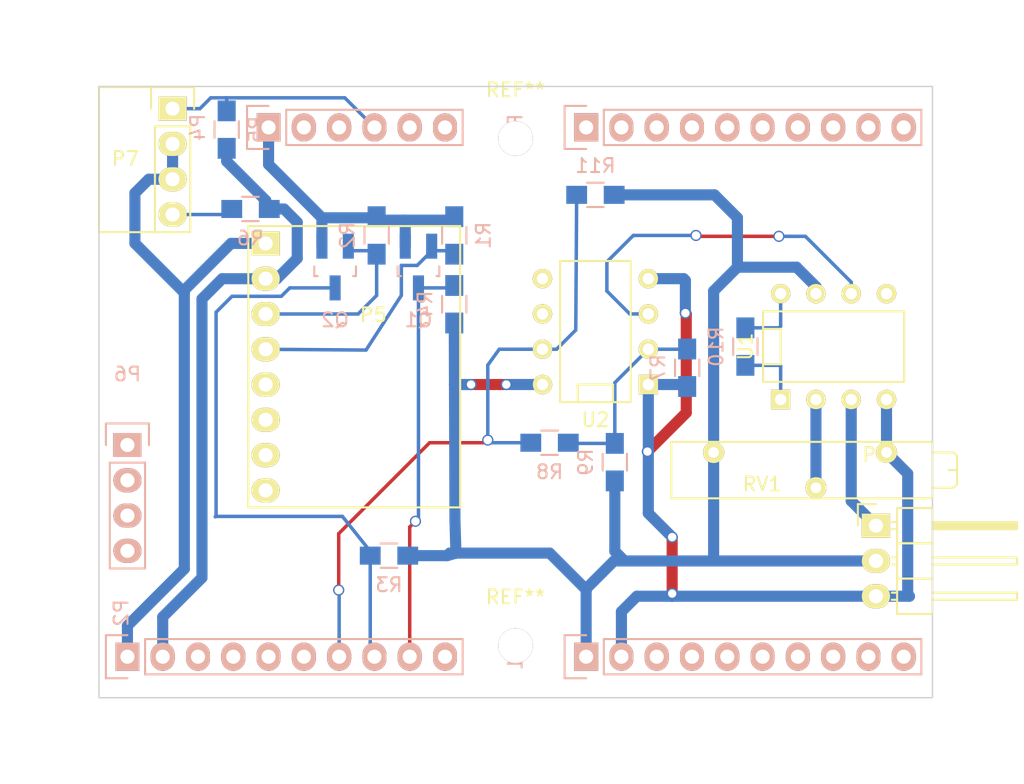
<source format=kicad_pcb>
(kicad_pcb (version 4) (host pcbnew "(after 2015-mar-04 BZR unknown)-product")

  (general
    (links 53)
    (no_connects 7)
    (area 119.391999 84.201999 179.492001 128.302001)
    (thickness 1.6)
    (drawings 4)
    (tracks 188)
    (zones 0)
    (modules 26)
    (nets 50)
  )

  (page A4)
  (title_block
    (title "TeamTurboTurtle Add-on board")
    (date "23. april 2015")
    (rev 1)
  )

  (layers
    (0 F.Cu signal)
    (31 B.Cu signal)
    (32 B.Adhes user)
    (33 F.Adhes user)
    (34 B.Paste user)
    (35 F.Paste user)
    (36 B.SilkS user)
    (37 F.SilkS user)
    (38 B.Mask user)
    (39 F.Mask user)
    (40 Dwgs.User user)
    (41 Cmts.User user)
    (42 Eco1.User user)
    (43 Eco2.User user)
    (44 Edge.Cuts user)
    (45 Margin user)
    (46 B.CrtYd user)
    (47 F.CrtYd user)
    (48 B.Fab user)
    (49 F.Fab user)
  )

  (setup
    (last_trace_width 0.8)
    (user_trace_width 0.1)
    (user_trace_width 0.25)
    (user_trace_width 0.8)
    (trace_clearance 0.2)
    (zone_clearance 0.508)
    (zone_45_only no)
    (trace_min 0.1)
    (segment_width 0.2)
    (edge_width 0.1)
    (via_size 0.8)
    (via_drill 0.6)
    (via_min_size 0.4)
    (via_min_drill 0.3)
    (uvia_size 0.3)
    (uvia_drill 0.1)
    (uvias_allowed no)
    (uvia_min_size 0.2)
    (uvia_min_drill 0.1)
    (pcb_text_width 0.3)
    (pcb_text_size 1.5 1.5)
    (mod_edge_width 0.15)
    (mod_text_size 1 1)
    (mod_text_width 0.15)
    (pad_size 1.5 1.5)
    (pad_drill 0.6)
    (pad_to_mask_clearance 0)
    (aux_axis_origin 0 0)
    (grid_origin 119.4285 128.25086)
    (visible_elements 7FFFFF7F)
    (pcbplotparams
      (layerselection 0x00030_80000001)
      (usegerberextensions false)
      (excludeedgelayer true)
      (linewidth 0.100000)
      (plotframeref false)
      (viasonmask false)
      (mode 1)
      (useauxorigin false)
      (hpglpennumber 1)
      (hpglpenspeed 20)
      (hpglpendiameter 15)
      (hpglpenoverlay 2)
      (psnegative false)
      (psa4output false)
      (plotreference true)
      (plotvalue true)
      (plotinvisibletext false)
      (padsonsilk false)
      (subtractmaskfromsilk false)
      (outputformat 1)
      (mirror false)
      (drillshape 1)
      (scaleselection 1)
      (outputdirectory ""))
  )

  (net 0 "")
  (net 1 "Net-(P1-Pad3)")
  (net 2 "Net-(P1-Pad4)")
  (net 3 "Net-(P1-Pad5)")
  (net 4 "Net-(P1-Pad6)")
  (net 5 "Net-(P1-Pad7)")
  (net 6 "Net-(P1-Pad8)")
  (net 7 "Net-(P1-Pad9)")
  (net 8 /+5V)
  (net 9 /GND)
  (net 10 "Net-(P2-Pad3)")
  (net 11 "Net-(P2-Pad4)")
  (net 12 "Net-(P2-Pad5)")
  (net 13 "Net-(P2-Pad6)")
  (net 14 "Net-(P3-Pad3)")
  (net 15 "Net-(P3-Pad4)")
  (net 16 "Net-(P3-Pad5)")
  (net 17 "Net-(P3-Pad6)")
  (net 18 "Net-(P3-Pad7)")
  (net 19 "Net-(P3-Pad8)")
  (net 20 "Net-(P3-Pad9)")
  (net 21 "Net-(P3-Pad10)")
  (net 22 /+3.3V)
  (net 23 "Net-(P4-Pad3)")
  (net 24 "Net-(P4-Pad4)")
  (net 25 "Net-(P4-Pad5)")
  (net 26 "Net-(P4-Pad6)")
  (net 27 "Net-(P5-Pad5)")
  (net 28 "Net-(P5-Pad6)")
  (net 29 "Net-(P5-Pad7)")
  (net 30 "Net-(P5-Pad8)")
  (net 31 "Net-(P6-Pad1)")
  (net 32 "Net-(P6-Pad2)")
  (net 33 "Net-(P6-Pad3)")
  (net 34 "Net-(P7-Pad4)")
  (net 35 "/SCL(5V)")
  (net 36 "/SDA(5V)")
  (net 37 "/SCL(3.3V)")
  (net 38 "/SDA(3.3V)")
  (net 39 /VIN)
  (net 40 "Net-(P8-Pad1)")
  (net 41 /PD6)
  (net 42 "Net-(R7-Pad1)")
  (net 43 "Net-(R10-Pad1)")
  (net 44 "Net-(R10-Pad2)")
  (net 45 "Net-(RV1-Pad2)")
  (net 46 "Net-(U1-Pad5)")
  (net 47 /AD623AN_Out)
  (net 48 "Net-(U2-Pad5)")
  (net 49 "Net-(U2-Pad6)")

  (net_class Default "This is the default net class."
    (clearance 0.2)
    (trace_width 0.25)
    (via_dia 0.8)
    (via_drill 0.6)
    (uvia_dia 0.3)
    (uvia_drill 0.1)
    (add_net /+3.3V)
    (add_net /+5V)
    (add_net /AD623AN_Out)
    (add_net /GND)
    (add_net /PD6)
    (add_net "/SCL(3.3V)")
    (add_net "/SCL(5V)")
    (add_net "/SDA(3.3V)")
    (add_net "/SDA(5V)")
    (add_net /VIN)
    (add_net "Net-(P1-Pad3)")
    (add_net "Net-(P1-Pad4)")
    (add_net "Net-(P1-Pad5)")
    (add_net "Net-(P1-Pad6)")
    (add_net "Net-(P1-Pad7)")
    (add_net "Net-(P1-Pad8)")
    (add_net "Net-(P1-Pad9)")
    (add_net "Net-(P2-Pad3)")
    (add_net "Net-(P2-Pad4)")
    (add_net "Net-(P2-Pad5)")
    (add_net "Net-(P2-Pad6)")
    (add_net "Net-(P3-Pad10)")
    (add_net "Net-(P3-Pad3)")
    (add_net "Net-(P3-Pad4)")
    (add_net "Net-(P3-Pad5)")
    (add_net "Net-(P3-Pad6)")
    (add_net "Net-(P3-Pad7)")
    (add_net "Net-(P3-Pad8)")
    (add_net "Net-(P3-Pad9)")
    (add_net "Net-(P4-Pad3)")
    (add_net "Net-(P4-Pad4)")
    (add_net "Net-(P4-Pad5)")
    (add_net "Net-(P4-Pad6)")
    (add_net "Net-(P5-Pad5)")
    (add_net "Net-(P5-Pad6)")
    (add_net "Net-(P5-Pad7)")
    (add_net "Net-(P5-Pad8)")
    (add_net "Net-(P6-Pad1)")
    (add_net "Net-(P6-Pad2)")
    (add_net "Net-(P6-Pad3)")
    (add_net "Net-(P7-Pad4)")
    (add_net "Net-(P8-Pad1)")
    (add_net "Net-(R10-Pad1)")
    (add_net "Net-(R10-Pad2)")
    (add_net "Net-(R7-Pad1)")
    (add_net "Net-(RV1-Pad2)")
    (add_net "Net-(U1-Pad5)")
    (add_net "Net-(U2-Pad5)")
    (add_net "Net-(U2-Pad6)")
  )

  (net_class "Signal thin" ""
    (clearance 0.2)
    (trace_width 0.1)
    (via_dia 0.8)
    (via_drill 0.6)
    (uvia_dia 0.3)
    (uvia_drill 0.1)
  )

  (module Housings_SOT-23_SOT-143_TSOT-6:SOT-23_Handsoldering (layer B.Cu) (tedit 553C0E2E) (tstamp 553A9843)
    (at 142.442 97.252)
    (descr "SOT-23, Handsoldering")
    (tags SOT-23)
    (path /55382588)
    (attr smd)
    (fp_text reference Q1 (at 0 3.81) (layer B.SilkS)
      (effects (font (size 1 1) (thickness 0.15)) (justify mirror))
    )
    (fp_text value BSS138 (at 0 -3.81) (layer B.Fab) hide
      (effects (font (size 1 1) (thickness 0.15)) (justify mirror))
    )
    (fp_line (start -1.49982 -0.0508) (end -1.49982 0.65024) (layer B.SilkS) (width 0.15))
    (fp_line (start -1.49982 0.65024) (end -1.2509 0.65024) (layer B.SilkS) (width 0.15))
    (fp_line (start 1.29916 0.65024) (end 1.49982 0.65024) (layer B.SilkS) (width 0.15))
    (fp_line (start 1.49982 0.65024) (end 1.49982 -0.0508) (layer B.SilkS) (width 0.15))
    (pad 1 smd rect (at -0.95 -1.50114) (size 0.8001 1.80086) (layers B.Cu B.Paste B.Mask)
      (net 22 /+3.3V))
    (pad 2 smd rect (at 0.95 -1.50114) (size 0.8001 1.80086) (layers B.Cu B.Paste B.Mask)
      (net 38 "/SDA(3.3V)"))
    (pad 3 smd rect (at 0 1.50114) (size 0.8001 1.80086) (layers B.Cu B.Paste B.Mask)
      (net 36 "/SDA(5V)"))
    (model Housings_SOT-23_SOT-143_TSOT-6.3dshapes/SOT-23_Handsoldering.wrl
      (at (xyz 0 0 0))
      (scale (xyz 1 1 1))
      (rotate (xyz 0 0 0))
    )
  )

  (module Housings_SOT-23_SOT-143_TSOT-6:SOT-23_Handsoldering (layer B.Cu) (tedit 553C0E21) (tstamp 553A984A)
    (at 136.442 97.252)
    (descr "SOT-23, Handsoldering")
    (tags SOT-23)
    (path /553825E4)
    (attr smd)
    (fp_text reference Q2 (at 0 3.81) (layer B.SilkS)
      (effects (font (size 1 1) (thickness 0.15)) (justify mirror))
    )
    (fp_text value BSS138 (at 0 -3.81) (layer B.Fab) hide
      (effects (font (size 1 1) (thickness 0.15)) (justify mirror))
    )
    (fp_line (start -1.49982 -0.0508) (end -1.49982 0.65024) (layer B.SilkS) (width 0.15))
    (fp_line (start -1.49982 0.65024) (end -1.2509 0.65024) (layer B.SilkS) (width 0.15))
    (fp_line (start 1.29916 0.65024) (end 1.49982 0.65024) (layer B.SilkS) (width 0.15))
    (fp_line (start 1.49982 0.65024) (end 1.49982 -0.0508) (layer B.SilkS) (width 0.15))
    (pad 1 smd rect (at -0.95 -1.50114) (size 0.8001 1.80086) (layers B.Cu B.Paste B.Mask)
      (net 22 /+3.3V))
    (pad 2 smd rect (at 0.95 -1.50114) (size 0.8001 1.80086) (layers B.Cu B.Paste B.Mask)
      (net 37 "/SCL(3.3V)"))
    (pad 3 smd rect (at 0 1.50114) (size 0.8001 1.80086) (layers B.Cu B.Paste B.Mask)
      (net 35 "/SCL(5V)"))
    (model Housings_SOT-23_SOT-143_TSOT-6.3dshapes/SOT-23_Handsoldering.wrl
      (at (xyz 0 0 0))
      (scale (xyz 1 1 1))
      (rotate (xyz 0 0 0))
    )
  )

  (module Pin_Headers:Pin_Header_Straight_1x10 (layer B.Cu) (tedit 0) (tstamp 553A9D9C)
    (at 154.512 125.302 270)
    (descr "Through hole pin header")
    (tags "pin header")
    (path /5536E349)
    (fp_text reference P1 (at 0 5.1 270) (layer B.SilkS)
      (effects (font (size 1 1) (thickness 0.15)) (justify mirror))
    )
    (fp_text value ToyRaceCar_V2_REV3_J4 (at 0 3.1 270) (layer B.Fab)
      (effects (font (size 1 1) (thickness 0.15)) (justify mirror))
    )
    (fp_line (start -1.75 1.75) (end -1.75 -24.65) (layer B.CrtYd) (width 0.05))
    (fp_line (start 1.75 1.75) (end 1.75 -24.65) (layer B.CrtYd) (width 0.05))
    (fp_line (start -1.75 1.75) (end 1.75 1.75) (layer B.CrtYd) (width 0.05))
    (fp_line (start -1.75 -24.65) (end 1.75 -24.65) (layer B.CrtYd) (width 0.05))
    (fp_line (start 1.27 -1.27) (end 1.27 -24.13) (layer B.SilkS) (width 0.15))
    (fp_line (start 1.27 -24.13) (end -1.27 -24.13) (layer B.SilkS) (width 0.15))
    (fp_line (start -1.27 -24.13) (end -1.27 -1.27) (layer B.SilkS) (width 0.15))
    (fp_line (start 1.55 1.55) (end 1.55 0) (layer B.SilkS) (width 0.15))
    (fp_line (start 1.27 -1.27) (end -1.27 -1.27) (layer B.SilkS) (width 0.15))
    (fp_line (start -1.55 0) (end -1.55 1.55) (layer B.SilkS) (width 0.15))
    (fp_line (start -1.55 1.55) (end 1.55 1.55) (layer B.SilkS) (width 0.15))
    (pad 1 thru_hole rect (at 0 0 270) (size 2.032 1.7272) (drill 1.016) (layers *.Cu *.Mask B.SilkS)
      (net 8 /+5V))
    (pad 2 thru_hole oval (at 0 -2.54 270) (size 2.032 1.7272) (drill 1.016) (layers *.Cu *.Mask B.SilkS)
      (net 9 /GND))
    (pad 3 thru_hole oval (at 0 -5.08 270) (size 2.032 1.7272) (drill 1.016) (layers *.Cu *.Mask B.SilkS)
      (net 1 "Net-(P1-Pad3)"))
    (pad 4 thru_hole oval (at 0 -7.62 270) (size 2.032 1.7272) (drill 1.016) (layers *.Cu *.Mask B.SilkS)
      (net 2 "Net-(P1-Pad4)"))
    (pad 5 thru_hole oval (at 0 -10.16 270) (size 2.032 1.7272) (drill 1.016) (layers *.Cu *.Mask B.SilkS)
      (net 3 "Net-(P1-Pad5)"))
    (pad 6 thru_hole oval (at 0 -12.7 270) (size 2.032 1.7272) (drill 1.016) (layers *.Cu *.Mask B.SilkS)
      (net 4 "Net-(P1-Pad6)"))
    (pad 7 thru_hole oval (at 0 -15.24 270) (size 2.032 1.7272) (drill 1.016) (layers *.Cu *.Mask B.SilkS)
      (net 5 "Net-(P1-Pad7)"))
    (pad 8 thru_hole oval (at 0 -17.78 270) (size 2.032 1.7272) (drill 1.016) (layers *.Cu *.Mask B.SilkS)
      (net 6 "Net-(P1-Pad8)"))
    (pad 9 thru_hole oval (at 0 -20.32 270) (size 2.032 1.7272) (drill 1.016) (layers *.Cu *.Mask B.SilkS)
      (net 7 "Net-(P1-Pad9)"))
    (pad 10 thru_hole oval (at 0 -22.86 270) (size 2.032 1.7272) (drill 1.016) (layers *.Cu *.Mask B.SilkS)
      (net 39 /VIN))
    (model Pin_Headers.3dshapes/Pin_Header_Straight_1x10.wrl
      (at (xyz 0 -0.45 0))
      (scale (xyz 1 1 1))
      (rotate (xyz 0 0 90))
    )
  )

  (module Pin_Headers:Pin_Header_Straight_1x10 (layer B.Cu) (tedit 553AA7DF) (tstamp 553A9DA9)
    (at 121.492 125.302 270)
    (descr "Through hole pin header")
    (tags "pin header")
    (path /5536E214)
    (fp_text reference P2 (at -3.15 0.45 270) (layer B.SilkS)
      (effects (font (size 1 1) (thickness 0.15)) (justify mirror))
    )
    (fp_text value ToyRaceCar_V2_REV3_J3 (at 0 3.1 270) (layer B.Fab)
      (effects (font (size 1 1) (thickness 0.15)) (justify mirror))
    )
    (fp_line (start -1.75 1.75) (end -1.75 -24.65) (layer B.CrtYd) (width 0.05))
    (fp_line (start 1.75 1.75) (end 1.75 -24.65) (layer B.CrtYd) (width 0.05))
    (fp_line (start -1.75 1.75) (end 1.75 1.75) (layer B.CrtYd) (width 0.05))
    (fp_line (start -1.75 -24.65) (end 1.75 -24.65) (layer B.CrtYd) (width 0.05))
    (fp_line (start 1.27 -1.27) (end 1.27 -24.13) (layer B.SilkS) (width 0.15))
    (fp_line (start 1.27 -24.13) (end -1.27 -24.13) (layer B.SilkS) (width 0.15))
    (fp_line (start -1.27 -24.13) (end -1.27 -1.27) (layer B.SilkS) (width 0.15))
    (fp_line (start 1.55 1.55) (end 1.55 0) (layer B.SilkS) (width 0.15))
    (fp_line (start 1.27 -1.27) (end -1.27 -1.27) (layer B.SilkS) (width 0.15))
    (fp_line (start -1.55 0) (end -1.55 1.55) (layer B.SilkS) (width 0.15))
    (fp_line (start -1.55 1.55) (end 1.55 1.55) (layer B.SilkS) (width 0.15))
    (pad 1 thru_hole rect (at 0 0 270) (size 2.032 1.7272) (drill 1.016) (layers *.Cu *.Mask B.SilkS)
      (net 8 /+5V))
    (pad 2 thru_hole oval (at 0 -2.54 270) (size 2.032 1.7272) (drill 1.016) (layers *.Cu *.Mask B.SilkS)
      (net 9 /GND))
    (pad 3 thru_hole oval (at 0 -5.08 270) (size 2.032 1.7272) (drill 1.016) (layers *.Cu *.Mask B.SilkS)
      (net 10 "Net-(P2-Pad3)"))
    (pad 4 thru_hole oval (at 0 -7.62 270) (size 2.032 1.7272) (drill 1.016) (layers *.Cu *.Mask B.SilkS)
      (net 11 "Net-(P2-Pad4)"))
    (pad 5 thru_hole oval (at 0 -10.16 270) (size 2.032 1.7272) (drill 1.016) (layers *.Cu *.Mask B.SilkS)
      (net 12 "Net-(P2-Pad5)"))
    (pad 6 thru_hole oval (at 0 -12.7 270) (size 2.032 1.7272) (drill 1.016) (layers *.Cu *.Mask B.SilkS)
      (net 13 "Net-(P2-Pad6)"))
    (pad 7 thru_hole oval (at 0 -15.24 270) (size 2.032 1.7272) (drill 1.016) (layers *.Cu *.Mask B.SilkS)
      (net 41 /PD6))
    (pad 8 thru_hole oval (at 0 -17.78 270) (size 2.032 1.7272) (drill 1.016) (layers *.Cu *.Mask B.SilkS)
      (net 35 "/SCL(5V)"))
    (pad 9 thru_hole oval (at 0 -20.32 270) (size 2.032 1.7272) (drill 1.016) (layers *.Cu *.Mask B.SilkS)
      (net 36 "/SDA(5V)"))
    (pad 10 thru_hole oval (at 0 -22.86 270) (size 2.032 1.7272) (drill 1.016) (layers *.Cu *.Mask B.SilkS)
      (net 9 /GND))
    (model Pin_Headers.3dshapes/Pin_Header_Straight_1x10.wrl
      (at (xyz 0 -0.45 0))
      (scale (xyz 1 1 1))
      (rotate (xyz 0 0 90))
    )
  )

  (module Pin_Headers:Pin_Header_Straight_1x10 (layer B.Cu) (tedit 0) (tstamp 553A9DB6)
    (at 154.512 87.202 270)
    (descr "Through hole pin header")
    (tags "pin header")
    (path /5536E168)
    (fp_text reference P3 (at 0 5.1 270) (layer B.SilkS)
      (effects (font (size 1 1) (thickness 0.15)) (justify mirror))
    )
    (fp_text value ToyRaceCar_V2_REV3_J2 (at 0 3.1 270) (layer B.Fab)
      (effects (font (size 1 1) (thickness 0.15)) (justify mirror))
    )
    (fp_line (start -1.75 1.75) (end -1.75 -24.65) (layer B.CrtYd) (width 0.05))
    (fp_line (start 1.75 1.75) (end 1.75 -24.65) (layer B.CrtYd) (width 0.05))
    (fp_line (start -1.75 1.75) (end 1.75 1.75) (layer B.CrtYd) (width 0.05))
    (fp_line (start -1.75 -24.65) (end 1.75 -24.65) (layer B.CrtYd) (width 0.05))
    (fp_line (start 1.27 -1.27) (end 1.27 -24.13) (layer B.SilkS) (width 0.15))
    (fp_line (start 1.27 -24.13) (end -1.27 -24.13) (layer B.SilkS) (width 0.15))
    (fp_line (start -1.27 -24.13) (end -1.27 -1.27) (layer B.SilkS) (width 0.15))
    (fp_line (start 1.55 1.55) (end 1.55 0) (layer B.SilkS) (width 0.15))
    (fp_line (start 1.27 -1.27) (end -1.27 -1.27) (layer B.SilkS) (width 0.15))
    (fp_line (start -1.55 0) (end -1.55 1.55) (layer B.SilkS) (width 0.15))
    (fp_line (start -1.55 1.55) (end 1.55 1.55) (layer B.SilkS) (width 0.15))
    (pad 1 thru_hole rect (at 0 0 270) (size 2.032 1.7272) (drill 1.016) (layers *.Cu *.Mask B.SilkS)
      (net 8 /+5V))
    (pad 2 thru_hole oval (at 0 -2.54 270) (size 2.032 1.7272) (drill 1.016) (layers *.Cu *.Mask B.SilkS)
      (net 9 /GND))
    (pad 3 thru_hole oval (at 0 -5.08 270) (size 2.032 1.7272) (drill 1.016) (layers *.Cu *.Mask B.SilkS)
      (net 14 "Net-(P3-Pad3)"))
    (pad 4 thru_hole oval (at 0 -7.62 270) (size 2.032 1.7272) (drill 1.016) (layers *.Cu *.Mask B.SilkS)
      (net 15 "Net-(P3-Pad4)"))
    (pad 5 thru_hole oval (at 0 -10.16 270) (size 2.032 1.7272) (drill 1.016) (layers *.Cu *.Mask B.SilkS)
      (net 16 "Net-(P3-Pad5)"))
    (pad 6 thru_hole oval (at 0 -12.7 270) (size 2.032 1.7272) (drill 1.016) (layers *.Cu *.Mask B.SilkS)
      (net 17 "Net-(P3-Pad6)"))
    (pad 7 thru_hole oval (at 0 -15.24 270) (size 2.032 1.7272) (drill 1.016) (layers *.Cu *.Mask B.SilkS)
      (net 18 "Net-(P3-Pad7)"))
    (pad 8 thru_hole oval (at 0 -17.78 270) (size 2.032 1.7272) (drill 1.016) (layers *.Cu *.Mask B.SilkS)
      (net 19 "Net-(P3-Pad8)"))
    (pad 9 thru_hole oval (at 0 -20.32 270) (size 2.032 1.7272) (drill 1.016) (layers *.Cu *.Mask B.SilkS)
      (net 20 "Net-(P3-Pad9)"))
    (pad 10 thru_hole oval (at 0 -22.86 270) (size 2.032 1.7272) (drill 1.016) (layers *.Cu *.Mask B.SilkS)
      (net 21 "Net-(P3-Pad10)"))
    (model Pin_Headers.3dshapes/Pin_Header_Straight_1x10.wrl
      (at (xyz 0 -0.45 0))
      (scale (xyz 1 1 1))
      (rotate (xyz 0 0 90))
    )
  )

  (module Pin_Headers:Pin_Header_Straight_1x06 (layer B.Cu) (tedit 0) (tstamp 553A9DC3)
    (at 131.652 87.202 270)
    (descr "Through hole pin header")
    (tags "pin header")
    (path /55381BB2)
    (fp_text reference P4 (at 0 5.1 270) (layer B.SilkS)
      (effects (font (size 1 1) (thickness 0.15)) (justify mirror))
    )
    (fp_text value ToyRaceCar_V2_REV3_J1 (at 0 3.1 270) (layer B.Fab)
      (effects (font (size 1 1) (thickness 0.15)) (justify mirror))
    )
    (fp_line (start -1.75 1.75) (end -1.75 -14.45) (layer B.CrtYd) (width 0.05))
    (fp_line (start 1.75 1.75) (end 1.75 -14.45) (layer B.CrtYd) (width 0.05))
    (fp_line (start -1.75 1.75) (end 1.75 1.75) (layer B.CrtYd) (width 0.05))
    (fp_line (start -1.75 -14.45) (end 1.75 -14.45) (layer B.CrtYd) (width 0.05))
    (fp_line (start 1.27 -1.27) (end 1.27 -13.97) (layer B.SilkS) (width 0.15))
    (fp_line (start 1.27 -13.97) (end -1.27 -13.97) (layer B.SilkS) (width 0.15))
    (fp_line (start -1.27 -13.97) (end -1.27 -1.27) (layer B.SilkS) (width 0.15))
    (fp_line (start 1.55 1.55) (end 1.55 0) (layer B.SilkS) (width 0.15))
    (fp_line (start 1.27 -1.27) (end -1.27 -1.27) (layer B.SilkS) (width 0.15))
    (fp_line (start -1.55 0) (end -1.55 1.55) (layer B.SilkS) (width 0.15))
    (fp_line (start -1.55 1.55) (end 1.55 1.55) (layer B.SilkS) (width 0.15))
    (pad 1 thru_hole rect (at 0 0 270) (size 2.032 1.7272) (drill 1.016) (layers *.Cu *.Mask B.SilkS)
      (net 22 /+3.3V))
    (pad 2 thru_hole oval (at 0 -2.54 270) (size 2.032 1.7272) (drill 1.016) (layers *.Cu *.Mask B.SilkS)
      (net 9 /GND))
    (pad 3 thru_hole oval (at 0 -5.08 270) (size 2.032 1.7272) (drill 1.016) (layers *.Cu *.Mask B.SilkS)
      (net 23 "Net-(P4-Pad3)"))
    (pad 4 thru_hole oval (at 0 -7.62 270) (size 2.032 1.7272) (drill 1.016) (layers *.Cu *.Mask B.SilkS)
      (net 24 "Net-(P4-Pad4)"))
    (pad 5 thru_hole oval (at 0 -10.16 270) (size 2.032 1.7272) (drill 1.016) (layers *.Cu *.Mask B.SilkS)
      (net 25 "Net-(P4-Pad5)"))
    (pad 6 thru_hole oval (at 0 -12.7 270) (size 2.032 1.7272) (drill 1.016) (layers *.Cu *.Mask B.SilkS)
      (net 26 "Net-(P4-Pad6)"))
    (model Pin_Headers.3dshapes/Pin_Header_Straight_1x06.wrl
      (at (xyz 0 -0.25 0))
      (scale (xyz 1 1 1))
      (rotate (xyz 0 0 90))
    )
  )

  (module Pin_Headers:Pin_Header_Straight_1x04 (layer B.Cu) (tedit 0) (tstamp 553A9DCC)
    (at 121.492 110.062 180)
    (descr "Through hole pin header")
    (tags "pin header")
    (path /55381BE9)
    (fp_text reference P6 (at 0 5.1 180) (layer B.SilkS)
      (effects (font (size 1 1) (thickness 0.15)) (justify mirror))
    )
    (fp_text value ToyRaceCar_V2_REV3_J5 (at 0 3.1 180) (layer B.Fab)
      (effects (font (size 1 1) (thickness 0.15)) (justify mirror))
    )
    (fp_line (start -1.75 1.75) (end -1.75 -9.4) (layer B.CrtYd) (width 0.05))
    (fp_line (start 1.75 1.75) (end 1.75 -9.4) (layer B.CrtYd) (width 0.05))
    (fp_line (start -1.75 1.75) (end 1.75 1.75) (layer B.CrtYd) (width 0.05))
    (fp_line (start -1.75 -9.4) (end 1.75 -9.4) (layer B.CrtYd) (width 0.05))
    (fp_line (start -1.27 -1.27) (end -1.27 -8.89) (layer B.SilkS) (width 0.15))
    (fp_line (start 1.27 -1.27) (end 1.27 -8.89) (layer B.SilkS) (width 0.15))
    (fp_line (start 1.55 1.55) (end 1.55 0) (layer B.SilkS) (width 0.15))
    (fp_line (start -1.27 -8.89) (end 1.27 -8.89) (layer B.SilkS) (width 0.15))
    (fp_line (start 1.27 -1.27) (end -1.27 -1.27) (layer B.SilkS) (width 0.15))
    (fp_line (start -1.55 0) (end -1.55 1.55) (layer B.SilkS) (width 0.15))
    (fp_line (start -1.55 1.55) (end 1.55 1.55) (layer B.SilkS) (width 0.15))
    (pad 1 thru_hole rect (at 0 0 180) (size 2.032 1.7272) (drill 1.016) (layers *.Cu *.Mask B.SilkS)
      (net 31 "Net-(P6-Pad1)"))
    (pad 2 thru_hole oval (at 0 -2.54 180) (size 2.032 1.7272) (drill 1.016) (layers *.Cu *.Mask B.SilkS)
      (net 32 "Net-(P6-Pad2)"))
    (pad 3 thru_hole oval (at 0 -5.08 180) (size 2.032 1.7272) (drill 1.016) (layers *.Cu *.Mask B.SilkS)
      (net 33 "Net-(P6-Pad3)"))
    (pad 4 thru_hole oval (at 0 -7.62 180) (size 2.032 1.7272) (drill 1.016) (layers *.Cu *.Mask B.SilkS)
      (net 9 /GND))
    (model Pin_Headers.3dshapes/Pin_Header_Straight_1x04.wrl
      (at (xyz 0 -0.15 0))
      (scale (xyz 1 1 1))
      (rotate (xyz 0 0 90))
    )
  )

  (module Sensorboard:MPU-6050 (layer F.Cu) (tedit 553C0E45) (tstamp 553C04C6)
    (at 131.442 95.552)
    (descr "Through hole pin header")
    (tags "pin header")
    (path /55381C69)
    (fp_text reference P5 (at 7.75 5.15) (layer F.SilkS)
      (effects (font (size 1 1) (thickness 0.15)))
    )
    (fp_text value MPU-6050 (at 18.5 8.2) (layer F.Fab) hide
      (effects (font (size 1 1) (thickness 0.15)))
    )
    (fp_line (start -1.25 -1.25) (end -1.25 19) (layer F.CrtYd) (width 0.15))
    (fp_line (start -1.25 19) (end 14 19) (layer F.CrtYd) (width 0.15))
    (fp_line (start 14 19) (end 14 -1.25) (layer F.CrtYd) (width 0.15))
    (fp_line (start 14 -1.25) (end -1.25 -1.25) (layer F.CrtYd) (width 0.15))
    (fp_line (start -1.25 -1.25) (end -1.25 19) (layer F.SilkS) (width 0.15))
    (fp_line (start -1.25 19) (end 14 19) (layer F.SilkS) (width 0.15))
    (fp_line (start 14 19) (end 14 -1.25) (layer F.SilkS) (width 0.15))
    (fp_line (start 14 -1.25) (end -1.25 -1.25) (layer F.SilkS) (width 0.15))
    (pad 1 thru_hole rect (at 0 0) (size 2.032 1.7272) (drill 1.016) (layers *.Cu *.Mask F.SilkS)
      (net 8 /+5V))
    (pad 2 thru_hole oval (at 0 2.54) (size 2.032 1.7272) (drill 1.016) (layers *.Cu *.Mask F.SilkS)
      (net 9 /GND))
    (pad 3 thru_hole oval (at 0 5.08) (size 2.032 1.7272) (drill 1.016) (layers *.Cu *.Mask F.SilkS)
      (net 37 "/SCL(3.3V)"))
    (pad 4 thru_hole oval (at 0 7.62) (size 2.032 1.7272) (drill 1.016) (layers *.Cu *.Mask F.SilkS)
      (net 38 "/SDA(3.3V)"))
    (pad 5 thru_hole oval (at 0 10.16) (size 2.032 1.7272) (drill 1.016) (layers *.Cu *.Mask F.SilkS)
      (net 27 "Net-(P5-Pad5)"))
    (pad 6 thru_hole oval (at 0 12.7) (size 2.032 1.7272) (drill 1.016) (layers *.Cu *.Mask F.SilkS)
      (net 28 "Net-(P5-Pad6)"))
    (pad 7 thru_hole oval (at 0 15.24) (size 2.032 1.7272) (drill 1.016) (layers *.Cu *.Mask F.SilkS)
      (net 29 "Net-(P5-Pad7)"))
    (pad 8 thru_hole oval (at 0 17.78) (size 2.032 1.7272) (drill 1.016) (layers *.Cu *.Mask F.SilkS)
      (net 30 "Net-(P5-Pad8)"))
    (model "D:/Github/TeamTurboTurtle/SubProjects/Kicad/Inventor Models/MPU-6050.wrl"
      (at (xyz 0.25 -0.348 0))
      (scale (xyz 0.39 0.39 0.39))
      (rotate (xyz 270 0 90))
    )
  )

  (module Sensorboard:KK254-4 (layer F.Cu) (tedit 553AA7D8) (tstamp 553E09D5)
    (at 124.742 85.852)
    (descr "Through hole pin header")
    (tags "pin header")
    (path /5538F827)
    (fp_text reference P7 (at -3.4 3.6) (layer F.SilkS)
      (effects (font (size 1 1) (thickness 0.15)))
    )
    (fp_text value CNY70 (at 0 -3.1) (layer F.Fab)
      (effects (font (size 1 1) (thickness 0.15)))
    )
    (fp_line (start -5.3 -1.55) (end -5.3 8.875) (layer F.SilkS) (width 0.15))
    (fp_line (start -1.25 8.89) (end -5.3 8.89) (layer F.SilkS) (width 0.15))
    (fp_line (start -1.55 -1.55) (end -5.3 -1.55) (layer F.SilkS) (width 0.15))
    (fp_line (start 1.75 9.4) (end -5.45 9.4) (layer F.CrtYd) (width 0.05))
    (fp_line (start 1.75 -1.75) (end -5.45 -1.75) (layer F.CrtYd) (width 0.05))
    (fp_line (start -5.45 -1.75) (end -5.45 9.4) (layer F.CrtYd) (width 0.05))
    (fp_line (start 1.75 -1.75) (end 1.75 9.4) (layer F.CrtYd) (width 0.05))
    (fp_line (start -1.27 1.27) (end -1.27 8.89) (layer F.SilkS) (width 0.15))
    (fp_line (start 1.27 1.27) (end 1.27 8.89) (layer F.SilkS) (width 0.15))
    (fp_line (start 1.55 -1.55) (end 1.55 0) (layer F.SilkS) (width 0.15))
    (fp_line (start -1.27 8.89) (end 1.27 8.89) (layer F.SilkS) (width 0.15))
    (fp_line (start 1.27 1.27) (end -1.27 1.27) (layer F.SilkS) (width 0.15))
    (fp_line (start -1.55 0) (end -1.55 -1.55) (layer F.SilkS) (width 0.15))
    (fp_line (start -1.55 -1.55) (end 1.55 -1.55) (layer F.SilkS) (width 0.15))
    (pad 1 thru_hole rect (at 0 0) (size 2.032 1.7272) (drill 1.016) (layers *.Cu *.Mask F.SilkS)
      (net 24 "Net-(P4-Pad4)"))
    (pad 2 thru_hole oval (at 0 2.54) (size 2.032 1.7272) (drill 1.016) (layers *.Cu *.Mask F.SilkS)
      (net 8 /+5V))
    (pad 3 thru_hole oval (at 0 5.08) (size 2.032 1.7272) (drill 1.016) (layers *.Cu *.Mask F.SilkS)
      (net 8 /+5V))
    (pad 4 thru_hole oval (at 0 7.62) (size 2.032 1.7272) (drill 1.016) (layers *.Cu *.Mask F.SilkS)
      (net 34 "Net-(P7-Pad4)"))
    (model "D:/Github/TeamTurboTurtle/SubProjects/Kicad/Inventor Models/KK254-4.wrl"
      (at (xyz -0.285 -0.15 -0.125))
      (scale (xyz 0.397 0.397 0.397))
      (rotate (xyz 270 0 90))
    )
  )

  (module Pin_Headers:Pin_Header_Angled_1x03 (layer F.Cu) (tedit 553F9092) (tstamp 553F695F)
    (at 175.372 115.86836)
    (descr "Through hole pin header")
    (tags "pin header")
    (path /55413F69)
    (fp_text reference P8 (at 0 -5.1) (layer F.SilkS)
      (effects (font (size 1 1) (thickness 0.15)))
    )
    (fp_text value SS495A (at 7.3025 8.001) (layer F.Fab)
      (effects (font (size 1 1) (thickness 0.15)))
    )
    (fp_line (start -1.5 -1.75) (end -1.5 6.85) (layer F.CrtYd) (width 0.05))
    (fp_line (start 10.65 -1.75) (end 10.65 6.85) (layer F.CrtYd) (width 0.05))
    (fp_line (start -1.5 -1.75) (end 10.65 -1.75) (layer F.CrtYd) (width 0.05))
    (fp_line (start -1.5 6.85) (end 10.65 6.85) (layer F.CrtYd) (width 0.05))
    (fp_line (start -1.3 -1.55) (end -1.3 0) (layer F.SilkS) (width 0.15))
    (fp_line (start 0 -1.55) (end -1.3 -1.55) (layer F.SilkS) (width 0.15))
    (fp_line (start 4.191 -0.127) (end 10.033 -0.127) (layer F.SilkS) (width 0.15))
    (fp_line (start 10.033 -0.127) (end 10.033 0.127) (layer F.SilkS) (width 0.15))
    (fp_line (start 10.033 0.127) (end 4.191 0.127) (layer F.SilkS) (width 0.15))
    (fp_line (start 4.191 0.127) (end 4.191 0) (layer F.SilkS) (width 0.15))
    (fp_line (start 4.191 0) (end 10.033 0) (layer F.SilkS) (width 0.15))
    (fp_line (start 1.524 -0.254) (end 1.143 -0.254) (layer F.SilkS) (width 0.15))
    (fp_line (start 1.524 0.254) (end 1.143 0.254) (layer F.SilkS) (width 0.15))
    (fp_line (start 1.524 2.286) (end 1.143 2.286) (layer F.SilkS) (width 0.15))
    (fp_line (start 1.524 2.794) (end 1.143 2.794) (layer F.SilkS) (width 0.15))
    (fp_line (start 1.524 4.826) (end 1.143 4.826) (layer F.SilkS) (width 0.15))
    (fp_line (start 1.524 5.334) (end 1.143 5.334) (layer F.SilkS) (width 0.15))
    (fp_line (start 4.064 1.27) (end 4.064 -1.27) (layer F.SilkS) (width 0.15))
    (fp_line (start 10.16 0.254) (end 4.064 0.254) (layer F.SilkS) (width 0.15))
    (fp_line (start 10.16 -0.254) (end 10.16 0.254) (layer F.SilkS) (width 0.15))
    (fp_line (start 4.064 -0.254) (end 10.16 -0.254) (layer F.SilkS) (width 0.15))
    (fp_line (start 1.524 1.27) (end 4.064 1.27) (layer F.SilkS) (width 0.15))
    (fp_line (start 1.524 -1.27) (end 1.524 1.27) (layer F.SilkS) (width 0.15))
    (fp_line (start 1.524 -1.27) (end 4.064 -1.27) (layer F.SilkS) (width 0.15))
    (fp_line (start 1.524 3.81) (end 4.064 3.81) (layer F.SilkS) (width 0.15))
    (fp_line (start 1.524 3.81) (end 1.524 6.35) (layer F.SilkS) (width 0.15))
    (fp_line (start 4.064 4.826) (end 10.16 4.826) (layer F.SilkS) (width 0.15))
    (fp_line (start 10.16 4.826) (end 10.16 5.334) (layer F.SilkS) (width 0.15))
    (fp_line (start 10.16 5.334) (end 4.064 5.334) (layer F.SilkS) (width 0.15))
    (fp_line (start 4.064 6.35) (end 4.064 3.81) (layer F.SilkS) (width 0.15))
    (fp_line (start 4.064 3.81) (end 4.064 1.27) (layer F.SilkS) (width 0.15))
    (fp_line (start 10.16 2.794) (end 4.064 2.794) (layer F.SilkS) (width 0.15))
    (fp_line (start 10.16 2.286) (end 10.16 2.794) (layer F.SilkS) (width 0.15))
    (fp_line (start 4.064 2.286) (end 10.16 2.286) (layer F.SilkS) (width 0.15))
    (fp_line (start 1.524 3.81) (end 4.064 3.81) (layer F.SilkS) (width 0.15))
    (fp_line (start 1.524 1.27) (end 1.524 3.81) (layer F.SilkS) (width 0.15))
    (fp_line (start 1.524 1.27) (end 4.064 1.27) (layer F.SilkS) (width 0.15))
    (fp_line (start 1.524 6.35) (end 4.064 6.35) (layer F.SilkS) (width 0.15))
    (pad 1 thru_hole rect (at 0 0) (size 2.032 1.7272) (drill 1.016) (layers *.Cu *.Mask F.SilkS)
      (net 40 "Net-(P8-Pad1)"))
    (pad 2 thru_hole oval (at 0 2.54) (size 2.032 1.7272) (drill 1.016) (layers *.Cu *.Mask F.SilkS)
      (net 8 /+5V))
    (pad 3 thru_hole oval (at 0 5.08) (size 2.032 1.7272) (drill 1.016) (layers *.Cu *.Mask F.SilkS)
      (net 9 /GND))
    (model Pin_Headers.3dshapes/Pin_Header_Angled_1x03.wrl
      (at (xyz 0 -0.1 0))
      (scale (xyz 1 1 1))
      (rotate (xyz 0 0 90))
    )
  )

  (module Resistors_SMD:R_0805_HandSoldering (layer B.Cu) (tedit 54189DEE) (tstamp 553F739A)
    (at 145.019 94.97686 90)
    (descr "Resistor SMD 0805, hand soldering")
    (tags "resistor 0805")
    (path /5538245D)
    (attr smd)
    (fp_text reference R1 (at 0 2.1 90) (layer B.SilkS)
      (effects (font (size 1 1) (thickness 0.15)) (justify mirror))
    )
    (fp_text value 10K (at 0 -2.1 90) (layer B.Fab)
      (effects (font (size 1 1) (thickness 0.15)) (justify mirror))
    )
    (fp_line (start -2.4 1) (end 2.4 1) (layer B.CrtYd) (width 0.05))
    (fp_line (start -2.4 -1) (end 2.4 -1) (layer B.CrtYd) (width 0.05))
    (fp_line (start -2.4 1) (end -2.4 -1) (layer B.CrtYd) (width 0.05))
    (fp_line (start 2.4 1) (end 2.4 -1) (layer B.CrtYd) (width 0.05))
    (fp_line (start 0.6 -0.875) (end -0.6 -0.875) (layer B.SilkS) (width 0.15))
    (fp_line (start -0.6 0.875) (end 0.6 0.875) (layer B.SilkS) (width 0.15))
    (pad 1 smd rect (at -1.35 0 90) (size 1.5 1.3) (layers B.Cu B.Paste B.Mask)
      (net 38 "/SDA(3.3V)"))
    (pad 2 smd rect (at 1.35 0 90) (size 1.5 1.3) (layers B.Cu B.Paste B.Mask)
      (net 22 /+3.3V))
    (model Resistors_SMD.3dshapes/R_0805_HandSoldering.wrl
      (at (xyz 0 0 0))
      (scale (xyz 1 1 1))
      (rotate (xyz 0 0 0))
    )
  )

  (module Resistors_SMD:R_0805_HandSoldering (layer B.Cu) (tedit 54189DEE) (tstamp 553F739F)
    (at 139.431 94.97686 270)
    (descr "Resistor SMD 0805, hand soldering")
    (tags "resistor 0805")
    (path /553824EF)
    (attr smd)
    (fp_text reference R2 (at 0 2.1 270) (layer B.SilkS)
      (effects (font (size 1 1) (thickness 0.15)) (justify mirror))
    )
    (fp_text value 10K (at 0 -2.1 270) (layer B.Fab)
      (effects (font (size 1 1) (thickness 0.15)) (justify mirror))
    )
    (fp_line (start -2.4 1) (end 2.4 1) (layer B.CrtYd) (width 0.05))
    (fp_line (start -2.4 -1) (end 2.4 -1) (layer B.CrtYd) (width 0.05))
    (fp_line (start -2.4 1) (end -2.4 -1) (layer B.CrtYd) (width 0.05))
    (fp_line (start 2.4 1) (end 2.4 -1) (layer B.CrtYd) (width 0.05))
    (fp_line (start 0.6 -0.875) (end -0.6 -0.875) (layer B.SilkS) (width 0.15))
    (fp_line (start -0.6 0.875) (end 0.6 0.875) (layer B.SilkS) (width 0.15))
    (pad 1 smd rect (at -1.35 0 270) (size 1.5 1.3) (layers B.Cu B.Paste B.Mask)
      (net 22 /+3.3V))
    (pad 2 smd rect (at 1.35 0 270) (size 1.5 1.3) (layers B.Cu B.Paste B.Mask)
      (net 37 "/SCL(3.3V)"))
    (model Resistors_SMD.3dshapes/R_0805_HandSoldering.wrl
      (at (xyz 0 0 0))
      (scale (xyz 1 1 1))
      (rotate (xyz 0 0 0))
    )
  )

  (module Resistors_SMD:R_0805_HandSoldering (layer B.Cu) (tedit 54189DEE) (tstamp 553F73A4)
    (at 140.32 118.02736)
    (descr "Resistor SMD 0805, hand soldering")
    (tags "resistor 0805")
    (path /55382378)
    (attr smd)
    (fp_text reference R3 (at 0 2.1) (layer B.SilkS)
      (effects (font (size 1 1) (thickness 0.15)) (justify mirror))
    )
    (fp_text value 10K (at 0 -2.1) (layer B.Fab)
      (effects (font (size 1 1) (thickness 0.15)) (justify mirror))
    )
    (fp_line (start -2.4 1) (end 2.4 1) (layer B.CrtYd) (width 0.05))
    (fp_line (start -2.4 -1) (end 2.4 -1) (layer B.CrtYd) (width 0.05))
    (fp_line (start -2.4 1) (end -2.4 -1) (layer B.CrtYd) (width 0.05))
    (fp_line (start 2.4 1) (end 2.4 -1) (layer B.CrtYd) (width 0.05))
    (fp_line (start 0.6 -0.875) (end -0.6 -0.875) (layer B.SilkS) (width 0.15))
    (fp_line (start -0.6 0.875) (end 0.6 0.875) (layer B.SilkS) (width 0.15))
    (pad 1 smd rect (at -1.35 0) (size 1.5 1.3) (layers B.Cu B.Paste B.Mask)
      (net 35 "/SCL(5V)"))
    (pad 2 smd rect (at 1.35 0) (size 1.5 1.3) (layers B.Cu B.Paste B.Mask)
      (net 8 /+5V))
    (model Resistors_SMD.3dshapes/R_0805_HandSoldering.wrl
      (at (xyz 0 0 0))
      (scale (xyz 1 1 1))
      (rotate (xyz 0 0 0))
    )
  )

  (module Resistors_SMD:R_0805_HandSoldering (layer B.Cu) (tedit 54189DEE) (tstamp 553F73A9)
    (at 145.019 99.92986 270)
    (descr "Resistor SMD 0805, hand soldering")
    (tags "resistor 0805")
    (path /553823F8)
    (attr smd)
    (fp_text reference R4 (at 0 2.1 270) (layer B.SilkS)
      (effects (font (size 1 1) (thickness 0.15)) (justify mirror))
    )
    (fp_text value 10K (at 0 -2.1 270) (layer B.Fab)
      (effects (font (size 1 1) (thickness 0.15)) (justify mirror))
    )
    (fp_line (start -2.4 1) (end 2.4 1) (layer B.CrtYd) (width 0.05))
    (fp_line (start -2.4 -1) (end 2.4 -1) (layer B.CrtYd) (width 0.05))
    (fp_line (start -2.4 1) (end -2.4 -1) (layer B.CrtYd) (width 0.05))
    (fp_line (start 2.4 1) (end 2.4 -1) (layer B.CrtYd) (width 0.05))
    (fp_line (start 0.6 -0.875) (end -0.6 -0.875) (layer B.SilkS) (width 0.15))
    (fp_line (start -0.6 0.875) (end 0.6 0.875) (layer B.SilkS) (width 0.15))
    (pad 1 smd rect (at -1.35 0 270) (size 1.5 1.3) (layers B.Cu B.Paste B.Mask)
      (net 36 "/SDA(5V)"))
    (pad 2 smd rect (at 1.35 0 270) (size 1.5 1.3) (layers B.Cu B.Paste B.Mask)
      (net 8 /+5V))
    (model Resistors_SMD.3dshapes/R_0805_HandSoldering.wrl
      (at (xyz 0 0 0))
      (scale (xyz 1 1 1))
      (rotate (xyz 0 0 0))
    )
  )

  (module Resistors_SMD:R_0805_HandSoldering (layer B.Cu) (tedit 54189DEE) (tstamp 553F73AE)
    (at 128.636 87.35686 90)
    (descr "Resistor SMD 0805, hand soldering")
    (tags "resistor 0805")
    (path /553C6C67)
    (attr smd)
    (fp_text reference R5 (at 0 2.1 90) (layer B.SilkS)
      (effects (font (size 1 1) (thickness 0.15)) (justify mirror))
    )
    (fp_text value 20K (at 0 -2.1 90) (layer B.Fab)
      (effects (font (size 1 1) (thickness 0.15)) (justify mirror))
    )
    (fp_line (start -2.4 1) (end 2.4 1) (layer B.CrtYd) (width 0.05))
    (fp_line (start -2.4 -1) (end 2.4 -1) (layer B.CrtYd) (width 0.05))
    (fp_line (start -2.4 1) (end -2.4 -1) (layer B.CrtYd) (width 0.05))
    (fp_line (start 2.4 1) (end 2.4 -1) (layer B.CrtYd) (width 0.05))
    (fp_line (start 0.6 -0.875) (end -0.6 -0.875) (layer B.SilkS) (width 0.15))
    (fp_line (start -0.6 0.875) (end 0.6 0.875) (layer B.SilkS) (width 0.15))
    (pad 1 smd rect (at -1.35 0 90) (size 1.5 1.3) (layers B.Cu B.Paste B.Mask)
      (net 9 /GND))
    (pad 2 smd rect (at 1.35 0 90) (size 1.5 1.3) (layers B.Cu B.Paste B.Mask)
      (net 24 "Net-(P4-Pad4)"))
    (model Resistors_SMD.3dshapes/R_0805_HandSoldering.wrl
      (at (xyz 0 0 0))
      (scale (xyz 1 1 1))
      (rotate (xyz 0 0 0))
    )
  )

  (module Resistors_SMD:R_0805_HandSoldering (layer B.Cu) (tedit 54189DEE) (tstamp 553F73B3)
    (at 130.3505 93.07186)
    (descr "Resistor SMD 0805, hand soldering")
    (tags "resistor 0805")
    (path /553C6BF8)
    (attr smd)
    (fp_text reference R6 (at 0 2.1) (layer B.SilkS)
      (effects (font (size 1 1) (thickness 0.15)) (justify mirror))
    )
    (fp_text value 150R (at 0 -2.1) (layer B.Fab)
      (effects (font (size 1 1) (thickness 0.15)) (justify mirror))
    )
    (fp_line (start -2.4 1) (end 2.4 1) (layer B.CrtYd) (width 0.05))
    (fp_line (start -2.4 -1) (end 2.4 -1) (layer B.CrtYd) (width 0.05))
    (fp_line (start -2.4 1) (end -2.4 -1) (layer B.CrtYd) (width 0.05))
    (fp_line (start 2.4 1) (end 2.4 -1) (layer B.CrtYd) (width 0.05))
    (fp_line (start 0.6 -0.875) (end -0.6 -0.875) (layer B.SilkS) (width 0.15))
    (fp_line (start -0.6 0.875) (end 0.6 0.875) (layer B.SilkS) (width 0.15))
    (pad 1 smd rect (at -1.35 0) (size 1.5 1.3) (layers B.Cu B.Paste B.Mask)
      (net 34 "Net-(P7-Pad4)"))
    (pad 2 smd rect (at 1.35 0) (size 1.5 1.3) (layers B.Cu B.Paste B.Mask)
      (net 9 /GND))
    (model Resistors_SMD.3dshapes/R_0805_HandSoldering.wrl
      (at (xyz 0 0 0))
      (scale (xyz 1 1 1))
      (rotate (xyz 0 0 0))
    )
  )

  (module Resistors_SMD:R_0805_HandSoldering (layer B.Cu) (tedit 54189DEE) (tstamp 553F73BD)
    (at 161.783 104.50186 270)
    (descr "Resistor SMD 0805, hand soldering")
    (tags "resistor 0805")
    (path /5540394A)
    (attr smd)
    (fp_text reference R7 (at 0 2.1 270) (layer B.SilkS)
      (effects (font (size 1 1) (thickness 0.15)) (justify mirror))
    )
    (fp_text value 6K8 (at 0 -2.1 270) (layer B.Fab)
      (effects (font (size 1 1) (thickness 0.15)) (justify mirror))
    )
    (fp_line (start -2.4 1) (end 2.4 1) (layer B.CrtYd) (width 0.05))
    (fp_line (start -2.4 -1) (end 2.4 -1) (layer B.CrtYd) (width 0.05))
    (fp_line (start -2.4 1) (end -2.4 -1) (layer B.CrtYd) (width 0.05))
    (fp_line (start 2.4 1) (end 2.4 -1) (layer B.CrtYd) (width 0.05))
    (fp_line (start 0.6 -0.875) (end -0.6 -0.875) (layer B.SilkS) (width 0.15))
    (fp_line (start -0.6 0.875) (end 0.6 0.875) (layer B.SilkS) (width 0.15))
    (pad 1 smd rect (at -1.35 0 270) (size 1.5 1.3) (layers B.Cu B.Paste B.Mask)
      (net 42 "Net-(R7-Pad1)"))
    (pad 2 smd rect (at 1.35 0 270) (size 1.5 1.3) (layers B.Cu B.Paste B.Mask)
      (net 9 /GND))
    (model Resistors_SMD.3dshapes/R_0805_HandSoldering.wrl
      (at (xyz 0 0 0))
      (scale (xyz 1 1 1))
      (rotate (xyz 0 0 0))
    )
  )

  (module Resistors_SMD:R_0805_HandSoldering (layer B.Cu) (tedit 54189DEE) (tstamp 553F73C3)
    (at 151.877 109.89936)
    (descr "Resistor SMD 0805, hand soldering")
    (tags "resistor 0805")
    (path /55403A82)
    (attr smd)
    (fp_text reference R8 (at 0 2.1) (layer B.SilkS)
      (effects (font (size 1 1) (thickness 0.15)) (justify mirror))
    )
    (fp_text value 20K (at 0 -2.1) (layer B.Fab)
      (effects (font (size 1 1) (thickness 0.15)) (justify mirror))
    )
    (fp_line (start -2.4 1) (end 2.4 1) (layer B.CrtYd) (width 0.05))
    (fp_line (start -2.4 -1) (end 2.4 -1) (layer B.CrtYd) (width 0.05))
    (fp_line (start -2.4 1) (end -2.4 -1) (layer B.CrtYd) (width 0.05))
    (fp_line (start 2.4 1) (end 2.4 -1) (layer B.CrtYd) (width 0.05))
    (fp_line (start 0.6 -0.875) (end -0.6 -0.875) (layer B.SilkS) (width 0.15))
    (fp_line (start -0.6 0.875) (end 0.6 0.875) (layer B.SilkS) (width 0.15))
    (pad 1 smd rect (at -1.35 0) (size 1.5 1.3) (layers B.Cu B.Paste B.Mask)
      (net 41 /PD6))
    (pad 2 smd rect (at 1.35 0) (size 1.5 1.3) (layers B.Cu B.Paste B.Mask)
      (net 42 "Net-(R7-Pad1)"))
    (model Resistors_SMD.3dshapes/R_0805_HandSoldering.wrl
      (at (xyz 0 0 0))
      (scale (xyz 1 1 1))
      (rotate (xyz 0 0 0))
    )
  )

  (module Resistors_SMD:R_0805_HandSoldering (layer B.Cu) (tedit 54189DEE) (tstamp 553F73C9)
    (at 156.576 111.29636 270)
    (descr "Resistor SMD 0805, hand soldering")
    (tags "resistor 0805")
    (path /55403A1C)
    (attr smd)
    (fp_text reference R9 (at 0 2.1 270) (layer B.SilkS)
      (effects (font (size 1 1) (thickness 0.15)) (justify mirror))
    )
    (fp_text value 6K8 (at 0 -2.1 270) (layer B.Fab)
      (effects (font (size 1 1) (thickness 0.15)) (justify mirror))
    )
    (fp_line (start -2.4 1) (end 2.4 1) (layer B.CrtYd) (width 0.05))
    (fp_line (start -2.4 -1) (end 2.4 -1) (layer B.CrtYd) (width 0.05))
    (fp_line (start -2.4 1) (end -2.4 -1) (layer B.CrtYd) (width 0.05))
    (fp_line (start 2.4 1) (end 2.4 -1) (layer B.CrtYd) (width 0.05))
    (fp_line (start 0.6 -0.875) (end -0.6 -0.875) (layer B.SilkS) (width 0.15))
    (fp_line (start -0.6 0.875) (end 0.6 0.875) (layer B.SilkS) (width 0.15))
    (pad 1 smd rect (at -1.35 0 270) (size 1.5 1.3) (layers B.Cu B.Paste B.Mask)
      (net 42 "Net-(R7-Pad1)"))
    (pad 2 smd rect (at 1.35 0 270) (size 1.5 1.3) (layers B.Cu B.Paste B.Mask)
      (net 8 /+5V))
    (model Resistors_SMD.3dshapes/R_0805_HandSoldering.wrl
      (at (xyz 0 0 0))
      (scale (xyz 1 1 1))
      (rotate (xyz 0 0 0))
    )
  )

  (module Resistors_SMD:R_0805_HandSoldering (layer B.Cu) (tedit 553F7C01) (tstamp 553F73CF)
    (at 165.974 102.97786 270)
    (descr "Resistor SMD 0805, hand soldering")
    (tags "resistor 0805")
    (path /553FD89B)
    (attr smd)
    (fp_text reference R10 (at 0 2.1 270) (layer B.SilkS)
      (effects (font (size 1 1) (thickness 0.15)) (justify mirror))
    )
    (fp_text value 3K3 (at 0 -2.1 540) (layer B.Fab)
      (effects (font (size 1 1) (thickness 0.15)) (justify mirror))
    )
    (fp_line (start -2.4 1) (end 2.4 1) (layer B.CrtYd) (width 0.05))
    (fp_line (start -2.4 -1) (end 2.4 -1) (layer B.CrtYd) (width 0.05))
    (fp_line (start -2.4 1) (end -2.4 -1) (layer B.CrtYd) (width 0.05))
    (fp_line (start 2.4 1) (end 2.4 -1) (layer B.CrtYd) (width 0.05))
    (fp_line (start 0.6 -0.875) (end -0.6 -0.875) (layer B.SilkS) (width 0.15))
    (fp_line (start -0.6 0.875) (end 0.6 0.875) (layer B.SilkS) (width 0.15))
    (pad 1 smd rect (at -1.35 0 270) (size 1.5 1.3) (layers B.Cu B.Paste B.Mask)
      (net 43 "Net-(R10-Pad1)"))
    (pad 2 smd rect (at 1.35 0 270) (size 1.5 1.3) (layers B.Cu B.Paste B.Mask)
      (net 44 "Net-(R10-Pad2)"))
    (model Resistors_SMD.3dshapes/R_0805_HandSoldering.wrl
      (at (xyz 0 0 0))
      (scale (xyz 1 1 1))
      (rotate (xyz 0 0 0))
    )
  )

  (module Resistors_SMD:R_0805_HandSoldering (layer B.Cu) (tedit 54189DEE) (tstamp 553F73D5)
    (at 155.179 92.05586 180)
    (descr "Resistor SMD 0805, hand soldering")
    (tags "resistor 0805")
    (path /554039C3)
    (attr smd)
    (fp_text reference R11 (at 0 2.1 180) (layer B.SilkS)
      (effects (font (size 1 1) (thickness 0.15)) (justify mirror))
    )
    (fp_text value 10K (at 0 -2.1 180) (layer B.Fab)
      (effects (font (size 1 1) (thickness 0.15)) (justify mirror))
    )
    (fp_line (start -2.4 1) (end 2.4 1) (layer B.CrtYd) (width 0.05))
    (fp_line (start -2.4 -1) (end 2.4 -1) (layer B.CrtYd) (width 0.05))
    (fp_line (start -2.4 1) (end -2.4 -1) (layer B.CrtYd) (width 0.05))
    (fp_line (start 2.4 1) (end 2.4 -1) (layer B.CrtYd) (width 0.05))
    (fp_line (start 0.6 -0.875) (end -0.6 -0.875) (layer B.SilkS) (width 0.15))
    (fp_line (start -0.6 0.875) (end 0.6 0.875) (layer B.SilkS) (width 0.15))
    (pad 1 smd rect (at -1.35 0 180) (size 1.5 1.3) (layers B.Cu B.Paste B.Mask)
      (net 8 /+5V))
    (pad 2 smd rect (at 1.35 0 180) (size 1.5 1.3) (layers B.Cu B.Paste B.Mask)
      (net 41 /PD6))
    (model Resistors_SMD.3dshapes/R_0805_HandSoldering.wrl
      (at (xyz 0 0 0))
      (scale (xyz 1 1 1))
      (rotate (xyz 0 0 0))
    )
  )

  (module Potentiometers:Potentiometer_Bourns_3006P_Angular_ScrewFront (layer F.Cu) (tedit 553F9095) (tstamp 553F73DC)
    (at 163.688 110.59786 180)
    (descr "3/4, Rectangular, Trimpot, Trimming, Potentiometer, Bourns, 3006")
    (tags "3/4, Rectangular, Trimpot, Trimming, Potentiometer, Bourns, 3006")
    (path /553FE324)
    (fp_text reference RV1 (at -3.4925 -2.286 180) (layer F.SilkS)
      (effects (font (size 1 1) (thickness 0.15)))
    )
    (fp_text value 10K (at -3.556 -0.635 180) (layer F.Fab)
      (effects (font (size 1 1) (thickness 0.15)))
    )
    (fp_line (start -17.272 -2.54) (end -17.526 -2.286) (layer F.SilkS) (width 0.15))
    (fp_line (start -17.526 -2.286) (end -17.526 -1.27) (layer F.SilkS) (width 0.15))
    (fp_line (start -17.526 -1.27) (end -17.526 -0.254) (layer F.SilkS) (width 0.15))
    (fp_line (start -17.526 -0.254) (end -17.272 0) (layer F.SilkS) (width 0.15))
    (fp_line (start -15.875 -2.54) (end -17.145 -2.54) (layer F.SilkS) (width 0.15))
    (fp_line (start -15.875 0) (end -17.145 0) (layer F.SilkS) (width 0.15))
    (fp_line (start -17.399 -1.27) (end -16.891 -1.27) (layer F.SilkS) (width 0.15))
    (fp_line (start -15.748 0.762) (end -15.748 -3.302) (layer F.SilkS) (width 0.15))
    (fp_line (start 3.048 0.762) (end 3.048 -3.302) (layer F.SilkS) (width 0.15))
    (fp_line (start -15.748 0.762) (end 3.048 0.762) (layer F.SilkS) (width 0.15))
    (fp_line (start 3.048 -3.302) (end -15.748 -3.302) (layer F.SilkS) (width 0.15))
    (pad 3 thru_hole circle (at -12.446 0 180) (size 1.524 1.524) (drill 0.762) (layers *.Cu *.Mask F.SilkS)
      (net 9 /GND))
    (pad 2 thru_hole circle (at -7.366 -2.54 180) (size 1.524 1.524) (drill 0.762) (layers *.Cu *.Mask F.SilkS)
      (net 45 "Net-(RV1-Pad2)"))
    (pad 1 thru_hole circle (at 0 0 180) (size 1.524 1.524) (drill 0.762) (layers *.Cu *.Mask F.SilkS)
      (net 8 /+5V))
    (model Potentiometers.3dshapes/Potentiometer_Bourns_3006P_Angular_ScrewFront.wrl
      (at (xyz 0 0 0))
      (scale (xyz 1 1 1))
      (rotate (xyz 0 0 0))
    )
  )

  (module Housings_DIP:DIP-8__300 (layer F.Cu) (tedit 0) (tstamp 553F73E8)
    (at 172.324 102.97786)
    (descr "8 pins DIL package, round pads")
    (tags DIL)
    (path /553F98F8)
    (fp_text reference U1 (at -6.35 0 90) (layer F.SilkS)
      (effects (font (size 1 1) (thickness 0.15)))
    )
    (fp_text value AD623AN (at 0 0) (layer F.Fab)
      (effects (font (size 1 1) (thickness 0.15)))
    )
    (fp_line (start -5.08 -1.27) (end -3.81 -1.27) (layer F.SilkS) (width 0.15))
    (fp_line (start -3.81 -1.27) (end -3.81 1.27) (layer F.SilkS) (width 0.15))
    (fp_line (start -3.81 1.27) (end -5.08 1.27) (layer F.SilkS) (width 0.15))
    (fp_line (start -5.08 -2.54) (end 5.08 -2.54) (layer F.SilkS) (width 0.15))
    (fp_line (start 5.08 -2.54) (end 5.08 2.54) (layer F.SilkS) (width 0.15))
    (fp_line (start 5.08 2.54) (end -5.08 2.54) (layer F.SilkS) (width 0.15))
    (fp_line (start -5.08 2.54) (end -5.08 -2.54) (layer F.SilkS) (width 0.15))
    (pad 1 thru_hole rect (at -3.81 3.81) (size 1.397 1.397) (drill 0.8128) (layers *.Cu *.Mask F.SilkS)
      (net 44 "Net-(R10-Pad2)"))
    (pad 2 thru_hole circle (at -1.27 3.81) (size 1.397 1.397) (drill 0.8128) (layers *.Cu *.Mask F.SilkS)
      (net 45 "Net-(RV1-Pad2)"))
    (pad 3 thru_hole circle (at 1.27 3.81) (size 1.397 1.397) (drill 0.8128) (layers *.Cu *.Mask F.SilkS)
      (net 40 "Net-(P8-Pad1)"))
    (pad 4 thru_hole circle (at 3.81 3.81) (size 1.397 1.397) (drill 0.8128) (layers *.Cu *.Mask F.SilkS)
      (net 9 /GND))
    (pad 5 thru_hole circle (at 3.81 -3.81) (size 1.397 1.397) (drill 0.8128) (layers *.Cu *.Mask F.SilkS)
      (net 46 "Net-(U1-Pad5)"))
    (pad 6 thru_hole circle (at 1.27 -3.81) (size 1.397 1.397) (drill 0.8128) (layers *.Cu *.Mask F.SilkS)
      (net 47 /AD623AN_Out))
    (pad 7 thru_hole circle (at -1.27 -3.81) (size 1.397 1.397) (drill 0.8128) (layers *.Cu *.Mask F.SilkS)
      (net 8 /+5V))
    (pad 8 thru_hole circle (at -3.81 -3.81) (size 1.397 1.397) (drill 0.8128) (layers *.Cu *.Mask F.SilkS)
      (net 43 "Net-(R10-Pad1)"))
    (model Sockets_DIP.3dshapes/DIP-8__300.wrl
      (at (xyz 0 0 0))
      (scale (xyz 1 1 1))
      (rotate (xyz 0 0 0))
    )
  )

  (module Housings_DIP:DIP-8__300 (layer F.Cu) (tedit 0) (tstamp 553F73F4)
    (at 155.179 101.89836 90)
    (descr "8 pins DIL package, round pads")
    (tags DIL)
    (path /554008E9)
    (fp_text reference U2 (at -6.35 0 180) (layer F.SilkS)
      (effects (font (size 1 1) (thickness 0.15)))
    )
    (fp_text value LM311N (at 0 0 90) (layer F.Fab)
      (effects (font (size 1 1) (thickness 0.15)))
    )
    (fp_line (start -5.08 -1.27) (end -3.81 -1.27) (layer F.SilkS) (width 0.15))
    (fp_line (start -3.81 -1.27) (end -3.81 1.27) (layer F.SilkS) (width 0.15))
    (fp_line (start -3.81 1.27) (end -5.08 1.27) (layer F.SilkS) (width 0.15))
    (fp_line (start -5.08 -2.54) (end 5.08 -2.54) (layer F.SilkS) (width 0.15))
    (fp_line (start 5.08 -2.54) (end 5.08 2.54) (layer F.SilkS) (width 0.15))
    (fp_line (start 5.08 2.54) (end -5.08 2.54) (layer F.SilkS) (width 0.15))
    (fp_line (start -5.08 2.54) (end -5.08 -2.54) (layer F.SilkS) (width 0.15))
    (pad 1 thru_hole rect (at -3.81 3.81 90) (size 1.397 1.397) (drill 0.8128) (layers *.Cu *.Mask F.SilkS)
      (net 9 /GND))
    (pad 2 thru_hole circle (at -1.27 3.81 90) (size 1.397 1.397) (drill 0.8128) (layers *.Cu *.Mask F.SilkS)
      (net 42 "Net-(R7-Pad1)"))
    (pad 3 thru_hole circle (at 1.27 3.81 90) (size 1.397 1.397) (drill 0.8128) (layers *.Cu *.Mask F.SilkS)
      (net 47 /AD623AN_Out))
    (pad 4 thru_hole circle (at 3.81 3.81 90) (size 1.397 1.397) (drill 0.8128) (layers *.Cu *.Mask F.SilkS)
      (net 9 /GND))
    (pad 5 thru_hole circle (at 3.81 -3.81 90) (size 1.397 1.397) (drill 0.8128) (layers *.Cu *.Mask F.SilkS)
      (net 48 "Net-(U2-Pad5)"))
    (pad 6 thru_hole circle (at 1.27 -3.81 90) (size 1.397 1.397) (drill 0.8128) (layers *.Cu *.Mask F.SilkS)
      (net 49 "Net-(U2-Pad6)"))
    (pad 7 thru_hole circle (at -1.27 -3.81 90) (size 1.397 1.397) (drill 0.8128) (layers *.Cu *.Mask F.SilkS)
      (net 41 /PD6))
    (pad 8 thru_hole circle (at -3.81 -3.81 90) (size 1.397 1.397) (drill 0.8128) (layers *.Cu *.Mask F.SilkS)
      (net 8 /+5V))
    (model Sockets_DIP.3dshapes/DIP-8__300.wrl
      (at (xyz 0 0 0))
      (scale (xyz 1 1 1))
      (rotate (xyz 0 0 0))
    )
  )

  (module Mounting_Holes:MountingHole_2-5mm (layer F.Cu) (tedit 0) (tstamp 553FF837)
    (at 149.4285 124.50086)
    (descr "Mounting hole, Befestigungsbohrung, 2,5mm, No Annular, Kein Restring,")
    (tags "Mounting hole, Befestigungsbohrung, 2,5mm, No Annular, Kein Restring,")
    (fp_text reference REF** (at 0 -3.50012) (layer F.SilkS)
      (effects (font (size 1 1) (thickness 0.15)))
    )
    (fp_text value MountingHole_2-5mm (at 0.09906 3.59918) (layer F.Fab)
      (effects (font (size 1 1) (thickness 0.15)))
    )
    (fp_circle (center 0 0) (end 2.5 0) (layer Cmts.User) (width 0.381))
    (pad 1 thru_hole circle (at 0 0) (size 2.5 2.5) (drill 2.5) (layers))
  )

  (module Mounting_Holes:MountingHole_2-5mm (layer F.Cu) (tedit 0) (tstamp 553FF97B)
    (at 149.4285 88.00086)
    (descr "Mounting hole, Befestigungsbohrung, 2,5mm, No Annular, Kein Restring,")
    (tags "Mounting hole, Befestigungsbohrung, 2,5mm, No Annular, Kein Restring,")
    (fp_text reference REF** (at 0 -3.50012) (layer F.SilkS)
      (effects (font (size 1 1) (thickness 0.15)))
    )
    (fp_text value MountingHole_2-5mm (at 0.09906 3.59918) (layer F.Fab)
      (effects (font (size 1 1) (thickness 0.15)))
    )
    (fp_circle (center 0 0) (end 2.5 0) (layer Cmts.User) (width 0.381))
    (pad 1 thru_hole circle (at 0 0) (size 2.5 2.5) (drill 2.5) (layers))
  )

  (gr_line (start 179.442 84.252) (end 119.442 84.252) (angle 90) (layer Edge.Cuts) (width 0.1))
  (gr_line (start 179.442 128.252) (end 179.442 84.252) (angle 90) (layer Edge.Cuts) (width 0.1))
  (gr_line (start 119.442 128.252) (end 179.442 128.252) (angle 90) (layer Edge.Cuts) (width 0.1))
  (gr_line (start 119.442 84.252) (end 119.442 128.252) (angle 90) (layer Edge.Cuts) (width 0.1))

  (segment (start 154.512 120.56736) (end 154.512 120.47186) (width 0.8) (layer B.Cu) (net 8))
  (segment (start 144.693958 117.844402) (end 145.138458 117.844402) (width 0.8) (layer B.Cu) (net 8) (tstamp 553FF7CA))
  (segment (start 151.884542 117.844402) (end 144.693958 117.844402) (width 0.8) (layer B.Cu) (net 8) (tstamp 553FF7C9))
  (segment (start 154.512 120.47186) (end 151.884542 117.844402) (width 0.8) (layer B.Cu) (net 8) (tstamp 553FF7C8))
  (segment (start 156.529 92.05586) (end 163.7515 92.05586) (width 0.8) (layer B.Cu) (net 8))
  (segment (start 165.4025 93.70686) (end 165.4025 97.26286) (width 0.8) (layer B.Cu) (net 8) (tstamp 553F7EFD))
  (segment (start 163.7515 92.05586) (end 165.4025 93.70686) (width 0.8) (layer B.Cu) (net 8) (tstamp 553F7EFC))
  (segment (start 151.369 105.70836) (end 148.7655 105.70836) (width 0.8) (layer B.Cu) (net 8))
  (segment (start 145.034934 105.709171) (end 145.034934 105.709312) (width 0.8) (layer B.Cu) (net 8) (tstamp 553F7E55))
  (segment (start 146.224689 105.709171) (end 145.034934 105.709171) (width 0.8) (layer B.Cu) (net 8) (tstamp 553F7E53))
  (segment (start 146.2255 105.70836) (end 146.224689 105.709171) (width 0.8) (layer B.Cu) (net 8) (tstamp 553F7E52))
  (via (at 146.2255 105.70836) (size 0.8) (layers F.Cu B.Cu) (net 8))
  (segment (start 148.7655 105.70836) (end 146.2255 105.70836) (width 0.8) (layer F.Cu) (net 8) (tstamp 553F7E49))
  (via (at 148.7655 105.70836) (size 0.8) (layers F.Cu B.Cu) (net 8))
  (segment (start 156.576 112.64636) (end 156.576 117.70986) (width 0.8) (layer B.Cu) (net 8))
  (segment (start 156.576 117.70986) (end 157.2745 118.40836) (width 0.8) (layer B.Cu) (net 8) (tstamp 553F7DEB))
  (segment (start 171.054 99.16786) (end 171.054 98.65986) (width 0.8) (layer B.Cu) (net 8))
  (segment (start 171.054 98.65986) (end 169.657 97.26286) (width 0.8) (layer B.Cu) (net 8) (tstamp 553F7CFA))
  (segment (start 169.657 97.26286) (end 165.4025 97.26286) (width 0.8) (layer B.Cu) (net 8) (tstamp 553F7CFC))
  (segment (start 165.4025 97.26286) (end 164.60875 98.05661) (width 0.8) (layer B.Cu) (net 8) (tstamp 553F7D00))
  (segment (start 164.60875 98.05661) (end 163.688 98.97736) (width 0.8) (layer B.Cu) (net 8) (tstamp 553F7E86))
  (segment (start 163.688 98.97736) (end 163.688 110.59786) (width 0.8) (layer B.Cu) (net 8) (tstamp 553F7D04))
  (segment (start 163.688 110.59786) (end 163.688 118.40836) (width 0.8) (layer B.Cu) (net 8))
  (segment (start 163.7515 118.28136) (end 163.7515 118.40836) (width 0.8) (layer B.Cu) (net 8) (tstamp 553F7AE2))
  (segment (start 163.7515 118.34486) (end 163.7515 118.28136) (width 0.8) (layer B.Cu) (net 8) (tstamp 553F7AE1))
  (segment (start 163.688 118.40836) (end 163.7515 118.34486) (width 0.8) (layer B.Cu) (net 8) (tstamp 553F7AE0))
  (segment (start 175.372 118.40836) (end 163.7515 118.40836) (width 0.8) (layer B.Cu) (net 8))
  (segment (start 163.7515 118.40836) (end 157.2745 118.40836) (width 0.8) (layer B.Cu) (net 8) (tstamp 553F7AE3))
  (segment (start 157.2745 118.40836) (end 156.5125 118.40836) (width 0.8) (layer B.Cu) (net 8) (tstamp 553F7DEE))
  (segment (start 154.512 120.40886) (end 154.512 120.56736) (width 0.8) (layer B.Cu) (net 8) (tstamp 553F7AC2))
  (segment (start 154.512 120.56736) (end 154.512 125.302) (width 0.8) (layer B.Cu) (net 8) (tstamp 553FF7C6))
  (segment (start 156.5125 118.40836) (end 154.512 120.40886) (width 0.8) (layer B.Cu) (net 8) (tstamp 553F7AC0))
  (segment (start 141.67 118.02736) (end 144.511 118.02736) (width 0.8) (layer B.Cu) (net 8))
  (segment (start 144.511 118.02736) (end 145.138458 117.844402) (width 0.8) (layer B.Cu) (net 8) (tstamp 553F7716))
  (segment (start 145.138458 117.844402) (end 145.138458 117.844447) (width 0.8) (layer B.Cu) (net 8) (tstamp 553F7718))
  (segment (start 145.068062 115.438249) (end 145.138458 117.844447) (width 0.8) (layer B.Cu) (net 8) (tstamp 553F76C2) (status 10))
  (segment (start 145.034934 105.709312) (end 145.068062 115.438249) (width 0.8) (layer B.Cu) (net 8) (tstamp 553F7E56) (status 10))
  (segment (start 124.742 90.932) (end 123.02886 90.932) (width 0.8) (layer B.Cu) (net 8))
  (segment (start 122.032 95.54836) (end 125.588 99.10436) (width 0.8) (layer B.Cu) (net 8) (tstamp 553C1AD9))
  (segment (start 122.032 91.92886) (end 122.032 95.54836) (width 0.8) (layer B.Cu) (net 8) (tstamp 553C1AD7))
  (segment (start 123.02886 90.932) (end 122.032 91.92886) (width 0.8) (layer B.Cu) (net 8) (tstamp 553C1AD5))
  (segment (start 124.742 88.392) (end 124.742 90.932) (width 0.8) (layer B.Cu) (net 8))
  (segment (start 145.019 101.02986) (end 145.034934 105.709312) (width 0.8) (layer B.Cu) (net 8) (status 10))
  (segment (start 131.442 95.552) (end 128.94986 95.552) (width 0.8) (layer B.Cu) (net 8))
  (segment (start 125.588 98.91386) (end 125.588 99.10436) (width 0.8) (layer B.Cu) (net 8) (tstamp 553C16DF))
  (segment (start 128.94986 95.552) (end 125.588 98.91386) (width 0.8) (layer B.Cu) (net 8) (tstamp 553C16DB))
  (segment (start 121.492 123.07586) (end 121.492 125.302) (width 0.8) (layer B.Cu) (net 8) (tstamp 553C16E5))
  (segment (start 125.588 118.97986) (end 121.492 123.07586) (width 0.8) (layer B.Cu) (net 8) (tstamp 553C16E2))
  (segment (start 125.588 99.10436) (end 125.588 118.97986) (width 0.8) (layer B.Cu) (net 8) (tstamp 553C1ADD))
  (segment (start 158.989 98.08836) (end 161.529 98.08836) (width 0.8) (layer B.Cu) (net 9))
  (via (at 158.9255 110.53436) (size 0.8) (layers F.Cu B.Cu) (net 9))
  (segment (start 161.7195 107.74036) (end 158.9255 110.53436) (width 0.8) (layer F.Cu) (net 9) (tstamp 553F7EC3))
  (segment (start 161.7195 100.62836) (end 161.7195 107.74036) (width 0.8) (layer F.Cu) (net 9) (tstamp 553F7EBE))
  (segment (start 161.656 100.56486) (end 161.7195 100.62836) (width 0.8) (layer F.Cu) (net 9) (tstamp 553F7EBD))
  (via (at 161.656 100.56486) (size 0.8) (layers F.Cu B.Cu) (net 9))
  (segment (start 161.656 98.21536) (end 161.656 100.56486) (width 0.8) (layer B.Cu) (net 9) (tstamp 553F7EB4))
  (segment (start 161.529 98.08836) (end 161.656 98.21536) (width 0.8) (layer B.Cu) (net 9) (tstamp 553F7EAF))
  (segment (start 158.9255 110.53436) (end 158.989 110.53436) (width 0.8) (layer B.Cu) (net 9) (tstamp 553F7EC8))
  (segment (start 158.989 110.53436) (end 158.9255 110.53436) (width 0.8) (layer B.Cu) (net 9) (tstamp 553F7EC9))
  (segment (start 158.9255 110.53436) (end 158.989 110.53436) (width 0.8) (layer B.Cu) (net 9) (tstamp 553F7ECB))
  (segment (start 158.989 105.70836) (end 158.989 110.53436) (width 0.8) (layer B.Cu) (net 9))
  (segment (start 158.989 110.53436) (end 158.989 114.97936) (width 0.8) (layer B.Cu) (net 9) (tstamp 553F7ECC))
  (via (at 160.7035 120.75786) (size 0.8) (layers F.Cu B.Cu) (net 9))
  (segment (start 160.7035 116.69386) (end 160.7035 120.75786) (width 0.8) (layer F.Cu) (net 9) (tstamp 553F7D70))
  (via (at 160.7035 116.69386) (size 0.8) (layers F.Cu B.Cu) (net 9))
  (segment (start 158.989 114.97936) (end 160.7035 116.69386) (width 0.8) (layer B.Cu) (net 9) (tstamp 553F7D66))
  (segment (start 160.7035 120.75786) (end 160.7035 120.94836) (width 0.8) (layer B.Cu) (net 9) (tstamp 553F7D73))
  (segment (start 160.7035 120.94836) (end 160.7035 120.75786) (width 0.8) (layer B.Cu) (net 9) (tstamp 553F7D74))
  (segment (start 160.7035 120.75786) (end 160.7035 120.94836) (width 0.8) (layer B.Cu) (net 9) (tstamp 553F7D76))
  (segment (start 158.989 105.70836) (end 161.656 105.70836) (width 0.8) (layer B.Cu) (net 9))
  (segment (start 161.656 105.70836) (end 161.783 105.83536) (width 0.8) (layer B.Cu) (net 9) (tstamp 553F7D31))
  (segment (start 176.134 106.78786) (end 176.134 110.59786) (width 0.8) (layer B.Cu) (net 9))
  (segment (start 175.372 120.94836) (end 177.785 120.94836) (width 0.8) (layer B.Cu) (net 9))
  (segment (start 177.658 112.12186) (end 176.134 110.59786) (width 0.8) (layer B.Cu) (net 9) (tstamp 553F7ADC))
  (segment (start 177.658 120.82136) (end 177.658 112.12186) (width 0.8) (layer B.Cu) (net 9) (tstamp 553F7ADA))
  (segment (start 177.785 120.94836) (end 177.658 120.82136) (width 0.8) (layer B.Cu) (net 9) (tstamp 553F7AD9))
  (segment (start 175.372 120.94836) (end 160.7035 120.94836) (width 0.8) (layer B.Cu) (net 9))
  (segment (start 160.7035 120.94836) (end 158.1635 120.94836) (width 0.8) (layer B.Cu) (net 9) (tstamp 553F7D77))
  (segment (start 158.1635 120.94836) (end 157.052 122.05986) (width 0.8) (layer B.Cu) (net 9) (tstamp 553F7AC6))
  (segment (start 157.052 122.05986) (end 157.052 125.302) (width 0.8) (layer B.Cu) (net 9) (tstamp 553F7AC7))
  (segment (start 131.4505 93.07186) (end 131.4505 92.45736) (width 0.8) (layer B.Cu) (net 9))
  (segment (start 128.636 89.64286) (end 128.636 88.45686) (width 0.8) (layer B.Cu) (net 9) (tstamp 553C1B49))
  (segment (start 131.4505 92.45736) (end 128.636 89.64286) (width 0.8) (layer B.Cu) (net 9) (tstamp 553C1B48))
  (segment (start 133.716 96.62786) (end 133.716 94.02436) (width 0.8) (layer B.Cu) (net 9) (tstamp 553C1A53))
  (segment (start 133.716 94.02436) (end 132.7635 93.07186) (width 0.8) (layer B.Cu) (net 9) (tstamp 553C1A54))
  (segment (start 132.7635 93.07186) (end 131.4935 93.07186) (width 0.8) (layer B.Cu) (net 9) (tstamp 553C1A57))
  (segment (start 132.25186 98.092) (end 133.716 96.62786) (width 0.8) (layer B.Cu) (net 9) (tstamp 553C1A51))
  (segment (start 131.442 98.092) (end 132.25186 98.092) (width 0.8) (layer B.Cu) (net 9))
  (segment (start 131.442 98.092) (end 128.31486 98.092) (width 0.8) (layer B.Cu) (net 9))
  (segment (start 124.032 122.44086) (end 124.032 125.302) (width 0.8) (layer B.Cu) (net 9) (tstamp 553C16D7))
  (segment (start 126.858 119.61486) (end 124.032 122.44086) (width 0.8) (layer B.Cu) (net 9) (tstamp 553C16D2))
  (segment (start 126.858 99.54886) (end 126.858 119.61486) (width 0.8) (layer B.Cu) (net 9) (tstamp 553C16CA))
  (segment (start 128.31486 98.092) (end 126.858 99.54886) (width 0.8) (layer B.Cu) (net 9) (tstamp 553C16C5))
  (segment (start 145.019 93.87686) (end 141.42 93.87686) (width 0.8) (layer B.Cu) (net 22))
  (segment (start 139.431 93.87686) (end 141.42 93.87686) (width 0.8) (layer B.Cu) (net 22) (status 10))
  (segment (start 141.492 93.94886) (end 141.492 95.75086) (width 0.8) (layer B.Cu) (net 22) (tstamp 553C162E))
  (segment (start 141.42 93.87686) (end 141.492 93.94886) (width 0.8) (layer B.Cu) (net 22) (tstamp 553C162D))
  (segment (start 135.492 93.70686) (end 139.261 93.70686) (width 0.8) (layer B.Cu) (net 22) (status 20))
  (segment (start 139.261 93.70686) (end 139.431 93.87686) (width 0.8) (layer B.Cu) (net 22) (tstamp 553C162A) (status 30))
  (segment (start 135.492 95.75086) (end 135.492 93.70686) (width 0.8) (layer B.Cu) (net 22))
  (segment (start 135.492 93.70686) (end 135.492 93.70486) (width 0.8) (layer B.Cu) (net 22) (tstamp 553C143F))
  (segment (start 131.652 89.86486) (end 131.652 87.202) (width 0.8) (layer B.Cu) (net 22) (tstamp 553C1428))
  (segment (start 135.492 93.70486) (end 131.652 89.86486) (width 0.8) (layer B.Cu) (net 22) (tstamp 553C141E))
  (segment (start 128.636 86.25686) (end 128.636 85.07086) (width 0.25) (layer B.Cu) (net 24))
  (segment (start 128.636 85.07086) (end 128.5725 85.07086) (width 0.25) (layer B.Cu) (net 24) (tstamp 553C1B41))
  (segment (start 124.742 85.852) (end 126.71186 85.852) (width 0.25) (layer B.Cu) (net 24))
  (segment (start 137.14086 85.07086) (end 139.272 87.202) (width 0.25) (layer B.Cu) (net 24) (tstamp 553C1895))
  (segment (start 127.493 85.07086) (end 128.5725 85.07086) (width 0.25) (layer B.Cu) (net 24) (tstamp 553C1892))
  (segment (start 128.5725 85.07086) (end 137.14086 85.07086) (width 0.25) (layer B.Cu) (net 24) (tstamp 553C1B44))
  (segment (start 126.71186 85.852) (end 127.493 85.07086) (width 0.25) (layer B.Cu) (net 24) (tstamp 553C188B))
  (segment (start 124.742 93.472) (end 128.68036 93.472) (width 0.25) (layer B.Cu) (net 34))
  (segment (start 128.68036 93.472) (end 129.144 93.00836) (width 0.25) (layer B.Cu) (net 34) (tstamp 553C1ACF))
  (segment (start 138.97 118.02736) (end 138.97 125) (width 0.25) (layer B.Cu) (net 35) (status 10))
  (segment (start 138.97 125) (end 139.272 125.302) (width 0.25) (layer B.Cu) (net 35) (tstamp 553F76CE))
  (segment (start 136.96575 115.20161) (end 139.22 118.02736) (width 0.25) (layer B.Cu) (net 35) (tstamp 553C182B) (status 20))
  (segment (start 127.84225 115.20161) (end 136.96575 115.20161) (width 0.25) (layer B.Cu) (net 35))
  (segment (start 127.84225 115.20161) (end 127.8105 115.23336) (width 0.25) (layer B.Cu) (net 35) (tstamp 553C1829))
  (segment (start 136.442 98.75314) (end 133.17822 98.75314) (width 0.25) (layer B.Cu) (net 35))
  (segment (start 127.874 115.16986) (end 127.84225 115.20161) (width 0.25) (layer B.Cu) (net 35) (tstamp 553C1761))
  (segment (start 127.874 100.50136) (end 127.874 115.16986) (width 0.25) (layer B.Cu) (net 35) (tstamp 553C175F))
  (segment (start 129.017 99.35836) (end 127.874 100.50136) (width 0.25) (layer B.Cu) (net 35) (tstamp 553C1754))
  (segment (start 132.573 99.35836) (end 129.017 99.35836) (width 0.25) (layer B.Cu) (net 35) (tstamp 553C174A))
  (segment (start 133.17822 98.75314) (end 132.573 99.35836) (width 0.25) (layer B.Cu) (net 35) (tstamp 553C1747))
  (segment (start 141.812 125.302) (end 141.812 115.96386) (width 0.25) (layer F.Cu) (net 36))
  (segment (start 142.442 115.33386) (end 142.442 98.75314) (width 0.25) (layer B.Cu) (net 36) (tstamp 553F775F))
  (segment (start 142.225 115.55086) (end 142.442 115.33386) (width 0.25) (layer B.Cu) (net 36) (tstamp 553F775E))
  (via (at 142.225 115.55086) (size 0.8) (layers F.Cu B.Cu) (net 36))
  (segment (start 141.812 115.96386) (end 142.225 115.55086) (width 0.25) (layer F.Cu) (net 36) (tstamp 553F7754))
  (segment (start 142.442 98.75314) (end 144.84572 98.75314) (width 0.25) (layer B.Cu) (net 36))
  (segment (start 144.84572 98.75314) (end 145.019 98.57986) (width 0.25) (layer B.Cu) (net 36) (tstamp 553F741A))
  (segment (start 142.55578 98.63936) (end 142.442 98.75314) (width 0.25) (layer B.Cu) (net 36) (tstamp 553C17C7))
  (segment (start 131.442 100.632) (end 138.09386 100.632) (width 0.25) (layer B.Cu) (net 37))
  (segment (start 139.431 99.29486) (end 139.431 96.32686) (width 0.25) (layer B.Cu) (net 37) (tstamp 553F7415))
  (segment (start 138.09386 100.632) (end 139.431 99.29486) (width 0.25) (layer B.Cu) (net 37) (tstamp 553F7413))
  (segment (start 139.431 96.07686) (end 137.718 96.07686) (width 0.25) (layer B.Cu) (net 37) (status 10))
  (segment (start 137.718 96.07686) (end 137.392 95.75086) (width 0.25) (layer B.Cu) (net 37) (tstamp 553C1631))
  (segment (start 137.392 95.75086) (end 137.392 95.99986) (width 0.25) (layer B.Cu) (net 37))
  (segment (start 145.019 96.07686) (end 143.718 96.07686) (width 0.25) (layer B.Cu) (net 38))
  (segment (start 143.718 96.07686) (end 143.392 95.75086) (width 0.25) (layer B.Cu) (net 38) (tstamp 553C1644))
  (segment (start 141.209 97.13586) (end 141.209 99.29486) (width 0.25) (layer B.Cu) (net 38))
  (segment (start 142.352 97.13586) (end 141.209 97.13586) (width 0.25) (layer B.Cu) (net 38) (tstamp 553C149B))
  (segment (start 143.392 96.09586) (end 142.352 97.13586) (width 0.25) (layer B.Cu) (net 38) (tstamp 553C148B))
  (segment (start 138.66903 103.227928) (end 131.442 103.172) (width 0.25) (layer B.Cu) (net 38) (tstamp 553C1567))
  (segment (start 141.209 99.29486) (end 138.66903 103.227928) (width 0.25) (layer B.Cu) (net 38) (tstamp 553C1562))
  (segment (start 143.392 95.75086) (end 143.392 96.09586) (width 0.25) (layer B.Cu) (net 38))
  (segment (start 173.594 106.78786) (end 173.594 114.09036) (width 0.8) (layer B.Cu) (net 40))
  (segment (start 173.594 114.09036) (end 175.372 115.86836) (width 0.8) (layer B.Cu) (net 40) (tstamp 553F7BB3))
  (segment (start 151.369 103.16836) (end 152.385 103.16836) (width 0.25) (layer B.Cu) (net 41))
  (segment (start 153.7655 101.78786) (end 153.829 92.05586) (width 0.25) (layer B.Cu) (net 41) (tstamp 553F7E7C) (status 20))
  (segment (start 152.385 103.16836) (end 153.7655 101.78786) (width 0.25) (layer B.Cu) (net 41) (tstamp 553F7E75))
  (via (at 147.432 109.70886) (size 0.8) (layers F.Cu B.Cu) (net 41))
  (segment (start 136.732 125.302) (end 136.732 120.53536) (width 0.25) (layer B.Cu) (net 41) (tstamp 553F7E2A))
  (segment (start 136.7005 120.50386) (end 136.732 120.53536) (width 0.25) (layer B.Cu) (net 41) (tstamp 553F7E29))
  (via (at 136.7005 120.50386) (size 0.8) (layers F.Cu B.Cu) (net 41))
  (segment (start 136.7005 116.43986) (end 136.7005 120.50386) (width 0.25) (layer F.Cu) (net 41) (tstamp 553F7E20))
  (segment (start 143.241 109.89936) (end 136.7005 116.43986) (width 0.25) (layer F.Cu) (net 41) (tstamp 553F7E1A))
  (segment (start 147.2415 109.89936) (end 143.241 109.89936) (width 0.25) (layer F.Cu) (net 41) (tstamp 553F7E18))
  (segment (start 147.2415 109.89936) (end 147.432 109.70886) (width 0.25) (layer F.Cu) (net 41) (tstamp 553F7E17))
  (segment (start 150.527 109.89936) (end 147.6225 109.89936) (width 0.25) (layer B.Cu) (net 41))
  (segment (start 148.2575 103.16836) (end 151.369 103.16836) (width 0.25) (layer B.Cu) (net 41) (tstamp 553F7E09))
  (segment (start 147.432 104.31136) (end 148.2575 103.16836) (width 0.25) (layer B.Cu) (net 41) (tstamp 553F7E06))
  (segment (start 147.432 109.70886) (end 147.432 104.31136) (width 0.25) (layer B.Cu) (net 41) (tstamp 553F7E03))
  (segment (start 147.6225 109.89936) (end 147.432 109.70886) (width 0.25) (layer B.Cu) (net 41) (tstamp 553F7E02))
  (segment (start 156.576 109.94636) (end 153.274 109.94636) (width 0.25) (layer B.Cu) (net 42))
  (segment (start 153.274 109.94636) (end 153.227 109.89936) (width 0.25) (layer B.Cu) (net 42) (tstamp 553F7DFE))
  (segment (start 156.576 109.94636) (end 156.576 105.58136) (width 0.25) (layer B.Cu) (net 42))
  (segment (start 156.576 105.58136) (end 158.989 103.16836) (width 0.25) (layer B.Cu) (net 42) (tstamp 553F7DE4))
  (segment (start 158.989 103.16836) (end 161.529 103.16836) (width 0.25) (layer B.Cu) (net 42))
  (segment (start 161.529 103.16836) (end 161.656 103.04136) (width 0.25) (layer B.Cu) (net 42) (tstamp 553F7D2E))
  (segment (start 165.974 101.62786) (end 168.4035 101.62786) (width 0.25) (layer B.Cu) (net 43))
  (segment (start 168.514 101.51736) (end 168.514 99.16786) (width 0.25) (layer B.Cu) (net 43) (tstamp 553F7CC6))
  (segment (start 168.4035 101.62786) (end 168.514 101.51736) (width 0.25) (layer B.Cu) (net 43) (tstamp 553F7CC5))
  (segment (start 165.974 104.32786) (end 168.467 104.32786) (width 0.25) (layer B.Cu) (net 44))
  (segment (start 168.514 104.37486) (end 168.514 106.78786) (width 0.25) (layer B.Cu) (net 44) (tstamp 553F7CCA))
  (segment (start 168.467 104.32786) (end 168.514 104.37486) (width 0.25) (layer B.Cu) (net 44) (tstamp 553F7CC9))
  (segment (start 171.054 106.78786) (end 171.054 113.13786) (width 0.8) (layer B.Cu) (net 45))
  (segment (start 158.989 100.62836) (end 157.6555 100.62836) (width 0.25) (layer B.Cu) (net 47))
  (segment (start 173.594 98.34236) (end 173.594 99.16786) (width 0.25) (layer B.Cu) (net 47) (tstamp 553F7F12))
  (segment (start 170.292 95.04036) (end 173.594 98.34236) (width 0.25) (layer B.Cu) (net 47) (tstamp 553F7F11))
  (segment (start 168.387 95.04036) (end 170.292 95.04036) (width 0.25) (layer B.Cu) (net 47) (tstamp 553F7F10))
  (via (at 168.387 95.04036) (size 0.8) (layers F.Cu B.Cu) (net 47))
  (segment (start 162.4815 95.04036) (end 168.387 95.04036) (width 0.25) (layer F.Cu) (net 47) (tstamp 553F7F0D))
  (segment (start 162.418 94.97686) (end 162.4815 95.04036) (width 0.25) (layer F.Cu) (net 47) (tstamp 553F7F0C))
  (via (at 162.418 94.97686) (size 0.8) (layers F.Cu B.Cu) (net 47))
  (segment (start 157.9095 94.97686) (end 162.418 94.97686) (width 0.25) (layer B.Cu) (net 47) (tstamp 553F7F08))
  (segment (start 156.0045 96.88186) (end 157.9095 94.97686) (width 0.25) (layer B.Cu) (net 47) (tstamp 553F7F06))
  (segment (start 156.0045 98.97736) (end 156.0045 96.88186) (width 0.25) (layer B.Cu) (net 47) (tstamp 553F7F04))
  (segment (start 157.6555 100.62836) (end 156.0045 98.97736) (width 0.25) (layer B.Cu) (net 47) (tstamp 553F7F01))

)

</source>
